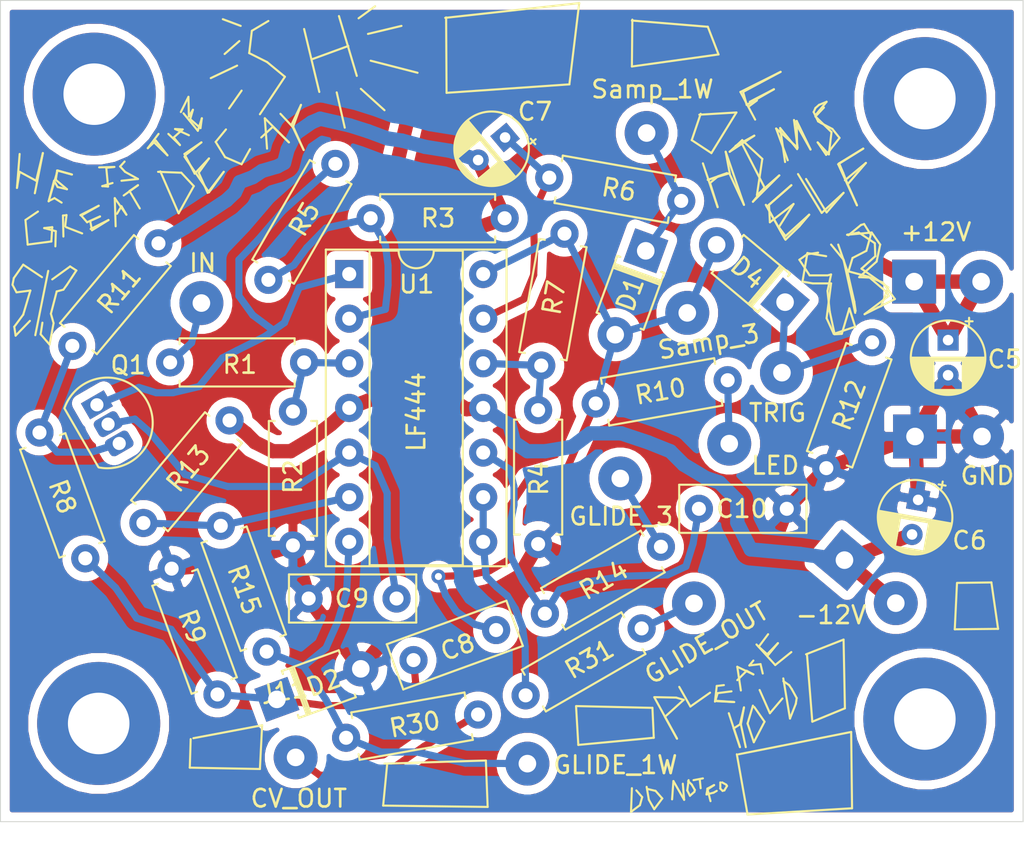
<source format=kicad_pcb>
(kicad_pcb (version 20171130) (host pcbnew "(5.1.2-1)-1")
  (layers (0 F.Cu signal) (31 B.Cu signal) (34 B.Paste user) (35 F.Paste user) (36 B.SilkS user) (37 F.SilkS user) (38 B.Mask user) (39 F.Mask user) (44 Edge.Cuts user))
  (net 0 "")
  (net 1 Earth)
  (net 2 +12V)
  (net 3 -12V)
  (net 4 "Net-(C7-Pad1)")
  (net 5 "Net-(C8-Pad1)")
  (net 6 "Net-(C8-Pad2)")
  (net 7 "Net-(C9-Pad1)")
  (net 8 "Net-(C10-Pad1)")
  (net 9 "Net-(D1-Pad1)")
  (net 10 "Net-(D4-Pad1)")
  (net 11 "Net-(J4-Pad1)")
  (net 12 "Net-(D3-Pad2)")
  (net 13 "Net-(J8-Pad1)")
  (net 14 "Net-(J9-Pad1)")
  (net 15 "Net-(J11-Pad1)")
  (net 16 "Net-(J12-Pad1)")
  (net 17 "Net-(Q1-Pad3)")
  (net 18 "Net-(Q1-Pad1)")
  (net 19 "Net-(R1-Pad2)")
  (net 20 "Net-(R3-Pad2)")
  (net 21 "Net-(R4-Pad2)")
  (net 22 "Net-(R13-Pad2)")
  (net 23 "Net-(R31-Pad1)")
  (module MountingHole:MountingHole_3.5mm_Pad (layer F.Cu) (at 17.78 53.34)
    (fp_text reference REF** hide)
    (fp_text value MountingHole_3.5mm_Pad hide)
    (pad 1 thru_hole circle (at 0 0) (size 7 7) (drill 3.5) (layers *.Cu *.Mask))
  )
  (module MountingHole:MountingHole_3.5mm_Pad (layer F.Cu) (at 64.77 53.086)
    (fp_text reference REF** hide)
    (fp_text value MountingHole_3.5mm_Pad hide)
    (pad 1 thru_hole circle (at 0 0) (size 7 7) (drill 3.5) (layers *.Cu *.Mask))
  )
  (module MountingHole:MountingHole_3.5mm_Pad (layer F.Cu) (at 64.77 17.78)
    (fp_text reference REF** hide)
    (fp_text value MountingHole_3.5mm_Pad hide)
    (pad 1 thru_hole circle (at 0 0) (size 7 7) (drill 3.5) (layers *.Cu *.Mask))
  )
  (module MountingHole:MountingHole_3.5mm_Pad (layer F.Cu) (at 17.526 17.526)
    (fp_text reference REF** hide)
    (fp_text value MountingHole_3.5mm_Pad hide)
    (pad 1 thru_hole circle (at 0 0) (size 7 7) (drill 3.5) (layers *.Cu *.Mask))
  )
  (module Capacitor_THT:CP_Radial_D4.0mm_P2.00mm (layer F.Cu) (at 66.0908 31.5214 270)
    (fp_text reference C5 (at 1.0922 -3.2258 180) (layer F.SilkS))
    (fp_text value 1u)
    (pad 1 thru_hole rect (at 0 0 270) (size 1.2 1.2) (drill 0.6) (layers *.Cu *.Mask) (net 2 +12V))
    (pad 2 thru_hole circle (at 2 0 270) (size 1.2 1.2) (drill 0.6) (layers *.Cu *.Mask) (net 1 Earth))
  )
  (module Capacitor_THT:CP_Radial_D4.0mm_P2.00mm (layer F.Cu) (at 64.389 40.6146 260)
    (fp_text reference C6 (at 1.769058 -3.277994 180) (layer F.SilkS))
    (fp_text value 1u)
    (pad 2 thru_hole circle (at 2 0 260) (size 1.2 1.2) (drill 0.6) (layers *.Cu *.Mask) (net 3 -12V))
    (pad 1 thru_hole rect (at 0 0 260) (size 1.2 1.2) (drill 0.6) (layers *.Cu *.Mask) (net 1 Earth))
  )
  (module Capacitor_THT:CP_Radial_D4.0mm_P2.00mm (layer F.Cu) (at 40.894 19.9898 220)
    (fp_text reference C7 (at -2.250609 0.034641) (layer F.SilkS))
    (fp_text value 10u)
    (pad 2 thru_hole circle (at 2 0 220) (size 1.2 1.2) (drill 0.6) (layers *.Cu *.Mask) (net 3 -12V))
    (pad 1 thru_hole rect (at 0 0 220) (size 1.2 1.2) (drill 0.6) (layers *.Cu *.Mask) (net 4 "Net-(C7-Pad1)"))
  )
  (module Capacitor_THT:C_Rect_L7.0mm_W2.5mm_P5.00mm (layer F.Cu) (at 35.687 49.7332 20)
    (fp_text reference C8 (at 2.614883 0.167866 20) (layer F.SilkS))
    (fp_text value 0.001u)
    (pad 1 thru_hole circle (at 0 0 20) (size 1.6 1.6) (drill 0.8) (layers *.Cu *.Mask) (net 5 "Net-(C8-Pad1)"))
    (pad 2 thru_hole circle (at 5 0 20) (size 1.6 1.6) (drill 0.8) (layers *.Cu *.Mask) (net 6 "Net-(C8-Pad2)"))
  )
  (module Capacitor_THT:C_Rect_L7.0mm_W2.5mm_P5.00mm (layer F.Cu) (at 34.7218 46.228 180)
    (fp_text reference C9 (at 2.54 0) (layer F.SilkS))
    (fp_text value 0.005u)
    (pad 2 thru_hole circle (at 5 0 180) (size 1.6 1.6) (drill 0.8) (layers *.Cu *.Mask) (net 1 Earth))
    (pad 1 thru_hole circle (at 0 0 180) (size 1.6 1.6) (drill 0.8) (layers *.Cu *.Mask) (net 7 "Net-(C9-Pad1)"))
  )
  (module Capacitor_THT:C_Rect_L7.0mm_W2.5mm_P5.00mm (layer F.Cu) (at 51.9176 41.1226)
    (fp_text reference C10 (at 2.4384 0) (layer F.SilkS))
    (fp_text value 0.1u)
    (pad 2 thru_hole circle (at 5 0) (size 1.6 1.6) (drill 0.8) (layers *.Cu *.Mask) (net 1 Earth))
    (pad 1 thru_hole circle (at 0 0) (size 1.6 1.6) (drill 0.8) (layers *.Cu *.Mask) (net 8 "Net-(C10-Pad1)"))
  )
  (module Diode_THT:D_T-1_P5.08mm_Horizontal (layer F.Cu) (at 48.895 26.4414 250)
    (fp_text reference D1 (at 2.619271 -0.007282 70) (layer F.SilkS))
    (fp_text value 1N914)
    (pad 2 thru_hole oval (at 5.08 0 250) (size 2 2) (drill 1) (layers *.Cu *.Mask) (net 6 "Net-(C8-Pad2)"))
    (pad 1 thru_hole rect (at 0 0 250) (size 2 2) (drill 1) (layers *.Cu *.Mask) (net 9 "Net-(D1-Pad1)"))
  )
  (module Diode_THT:D_T-1_P5.08mm_Horizontal (layer F.Cu) (at 27.9146 51.9684 20)
    (fp_text reference D2 (at 2.827591 0.029045 20) (layer F.SilkS))
    (fp_text value 1N914)
    (pad 1 thru_hole rect (at 0 0 20) (size 2 2) (drill 1) (layers *.Cu *.Mask) (net 5 "Net-(C8-Pad1)"))
    (pad 2 thru_hole oval (at 5.08 0 20) (size 2 2) (drill 1) (layers *.Cu *.Mask) (net 1 Earth))
  )
  (module Diode_THT:D_T-1_P5.08mm_Horizontal (layer F.Cu) (at 56.8198 29.3624 140)
    (fp_text reference D4 (at 2.712002 -0.087255 140) (layer F.SilkS))
    (fp_text value 1N914)
    (pad 2 thru_hole oval (at 5.08 0 140) (size 2 2) (drill 1) (layers *.Cu *.Mask) (net 6 "Net-(C8-Pad2)"))
    (pad 1 thru_hole rect (at 0 0 140) (size 2 2) (drill 1) (layers *.Cu *.Mask) (net 10 "Net-(D4-Pad1)"))
  )
  (module Connector_Wire:SolderWirePad_1x02_P3.81mm_Drill1mm (layer F.Cu) (at 64.1604 28.194)
    (fp_text reference J1 hide)
    (fp_text value +12V_Conn)
    (pad 1 thru_hole rect (at 0 0) (size 2.49936 2.49936) (drill 1.00076) (layers *.Cu *.Mask) (net 2 +12V))
    (pad 2 thru_hole circle (at 3.81 0) (size 2.49936 2.49936) (drill 1.00076) (layers *.Cu *.Mask) (net 2 +12V))
  )
  (module Connector_Wire:SolderWirePad_1x02_P3.81mm_Drill1mm (layer F.Cu) (at 64.2112 37.0078)
    (fp_text reference J2 hide)
    (fp_text value GND_Conn)
    (pad 2 thru_hole circle (at 3.81 0) (size 2.49936 2.49936) (drill 1.00076) (layers *.Cu *.Mask) (net 1 Earth))
    (pad 1 thru_hole rect (at 0 0) (size 2.49936 2.49936) (drill 1.00076) (layers *.Cu *.Mask) (net 1 Earth))
  )
  (module Connector_Wire:SolderWirePad_1x02_P3.81mm_Drill1mm (layer F.Cu) (at 60.198 44.0436 320)
    (fp_text reference J3 hide)
    (fp_text value -12V_Conn)
    (pad 1 thru_hole rect (at 0 0 320) (size 2.49936 2.49936) (drill 1.00076) (layers *.Cu *.Mask) (net 3 -12V))
    (pad 2 thru_hole circle (at 3.81 0 320) (size 2.49936 2.49936) (drill 1.00076) (layers *.Cu *.Mask) (net 3 -12V))
  )
  (module Connector_Wire:SolderWirePad_1x01_Drill1mm (layer F.Cu) (at 23.622 29.4132)
    (fp_text reference J4 hide)
    (fp_text value IN_A)
    (pad 1 thru_hole circle (at 0 0) (size 2.49936 2.49936) (drill 1.00076) (layers *.Cu *.Mask) (net 11 "Net-(J4-Pad1)"))
  )
  (module Connector_Wire:SolderWirePad_1x01_Drill1mm (layer F.Cu) (at 48.9458 19.7358 350)
    (fp_text reference J5 hide)
    (fp_text value SampRate_1W_A)
    (pad 1 thru_hole circle (at 0 0 350) (size 2.49936 2.49936) (drill 1.00076) (layers *.Cu *.Mask) (net 9 "Net-(D1-Pad1)"))
  )
  (module Connector_Wire:SolderWirePad_1x01_Drill1mm (layer F.Cu) (at 51.2572 29.972 340)
    (fp_text reference J6 hide)
    (fp_text value SampRate_3_A)
    (pad 1 thru_hole circle (at 0 0 340) (size 2.49936 2.49936) (drill 1.00076) (layers *.Cu *.Mask) (net 6 "Net-(C8-Pad2)"))
  )
  (module Connector_Wire:SolderWirePad_1x01_Drill1mm (layer F.Cu) (at 53.6448 37.4142 10)
    (fp_text reference J7 hide)
    (fp_text value LED_A)
    (pad 1 thru_hole circle (at 0 0 10) (size 2.49936 2.49936) (drill 1.00076) (layers *.Cu *.Mask) (net 12 "Net-(D3-Pad2)"))
  )
  (module Connector_Wire:SolderWirePad_1x01_Drill1mm (layer F.Cu) (at 42.164 55.626 20)
    (fp_text reference J8 hide)
    (fp_text value Glide_1W_A)
    (pad 1 thru_hole circle (at 0 0 20) (size 2.49936 2.49936) (drill 1.00076) (layers *.Cu *.Mask) (net 13 "Net-(J8-Pad1)"))
  )
  (module Connector_Wire:SolderWirePad_1x01_Drill1mm (layer F.Cu) (at 47.4472 39.3954 30)
    (fp_text reference J9 hide)
    (fp_text value Glide_3_A)
    (pad 1 thru_hole circle (at 0 0 30) (size 2.49936 2.49936) (drill 1.00076) (layers *.Cu *.Mask) (net 14 "Net-(J9-Pad1)"))
  )
  (module Connector_Wire:SolderWirePad_1x01_Drill1mm (layer F.Cu) (at 56.642 33.3756 10)
    (fp_text reference J10 hide)
    (fp_text value TRIG_A)
    (pad 1 thru_hole circle (at 0 0 10) (size 2.49936 2.49936) (drill 1.00076) (layers *.Cu *.Mask) (net 10 "Net-(D4-Pad1)"))
  )
  (module Connector_Wire:SolderWirePad_1x01_Drill1mm (layer F.Cu) (at 28.9814 55.2704 10)
    (fp_text reference J11 (at 0 -3.81 10) (layer F.SilkS))
    (fp_text value CV_OUT_A)
    (pad 1 thru_hole circle (at 0 0 10) (size 2.49936 2.49936) (drill 1.00076) (layers *.Cu *.Mask) (net 15 "Net-(J11-Pad1)"))
  )
  (module Connector_Wire:SolderWirePad_1x01_Drill1mm (layer F.Cu) (at 51.6382 46.5074 30)
    (fp_text reference J12 hide)
    (fp_text value GLIDE_OUT_A)
    (pad 1 thru_hole circle (at 0 0 30) (size 2.49936 2.49936) (drill 1.00076) (layers *.Cu *.Mask) (net 16 "Net-(J12-Pad1)"))
  )
  (module Package_TO_SOT_THT:TO-92L_Inline (layer F.Cu) (at 17.6784 35.2044 300)
    (fp_text reference Q1 (at -1.068737 -2.670093 180) (layer F.SilkS))
    (fp_text value Q_NJFET_DSG)
    (pad 2 thru_hole roundrect (at 1.27 0 300) (size 1.05 1.5) (drill 0.75) (layers *.Cu *.Mask) (net 7 "Net-(C9-Pad1)"))
    (pad 3 thru_hole roundrect (at 2.54 0 300) (size 1.05 1.5) (drill 0.75) (layers *.Cu *.Mask) (net 17 "Net-(Q1-Pad3)"))
    (pad 1 thru_hole rect (at 0 0 300) (size 1.05 1.5) (drill 0.75) (layers *.Cu *.Mask) (net 18 "Net-(Q1-Pad1)"))
  )
  (module Resistor_THT:R_Axial_DIN0207_L6.3mm_D2.5mm_P7.62mm_Horizontal (layer F.Cu) (at 21.844 32.7914)
    (fp_text reference R1 (at 3.9624 0.127) (layer F.SilkS))
    (fp_text value 100k)
    (pad 1 thru_hole circle (at 0 0) (size 1.6 1.6) (drill 0.8) (layers *.Cu *.Mask) (net 11 "Net-(J4-Pad1)"))
    (pad 2 thru_hole oval (at 7.62 0) (size 1.6 1.6) (drill 0.8) (layers *.Cu *.Mask) (net 19 "Net-(R1-Pad2)"))
  )
  (module Resistor_THT:R_Axial_DIN0207_L6.3mm_D2.5mm_P7.62mm_Horizontal (layer F.Cu) (at 28.829 35.5854 270)
    (fp_text reference R2 (at 3.7084 0 90) (layer F.SilkS))
    (fp_text value 100k)
    (pad 2 thru_hole oval (at 7.62 0 270) (size 1.6 1.6) (drill 0.8) (layers *.Cu *.Mask) (net 1 Earth))
    (pad 1 thru_hole circle (at 0 0 270) (size 1.6 1.6) (drill 0.8) (layers *.Cu *.Mask) (net 19 "Net-(R1-Pad2)"))
  )
  (module Resistor_THT:R_Axial_DIN0207_L6.3mm_D2.5mm_P7.62mm_Horizontal (layer F.Cu) (at 40.8686 24.5872 180)
    (fp_text reference R3 (at 3.7846 0) (layer F.SilkS))
    (fp_text value 560k)
    (pad 1 thru_hole circle (at 0 0 180) (size 1.6 1.6) (drill 0.8) (layers *.Cu *.Mask) (net 3 -12V))
    (pad 2 thru_hole oval (at 7.62 0 180) (size 1.6 1.6) (drill 0.8) (layers *.Cu *.Mask) (net 20 "Net-(R3-Pad2)"))
  )
  (module Resistor_THT:R_Axial_DIN0207_L6.3mm_D2.5mm_P7.62mm_Horizontal (layer F.Cu) (at 42.7736 43.1292 90)
    (fp_text reference R4 (at 3.7338 0.0508 90) (layer F.SilkS))
    (fp_text value 100k)
    (pad 1 thru_hole circle (at 0 0 90) (size 1.6 1.6) (drill 0.8) (layers *.Cu *.Mask) (net 1 Earth))
    (pad 2 thru_hole oval (at 7.62 0 90) (size 1.6 1.6) (drill 0.8) (layers *.Cu *.Mask) (net 21 "Net-(R4-Pad2)"))
  )
  (module Resistor_THT:R_Axial_DIN0207_L6.3mm_D2.5mm_P7.62mm_Horizontal (layer F.Cu) (at 27.432 28.0924 60)
    (fp_text reference R5 (at 4.020298 0.054561 60) (layer F.SilkS))
    (fp_text value 200k)
    (pad 2 thru_hole oval (at 7.62 0 60) (size 1.6 1.6) (drill 0.8) (layers *.Cu *.Mask) (net 18 "Net-(Q1-Pad1)"))
    (pad 1 thru_hole circle (at 0 0 60) (size 1.6 1.6) (drill 0.8) (layers *.Cu *.Mask) (net 20 "Net-(R3-Pad2)"))
  )
  (module Resistor_THT:R_Axial_DIN0207_L6.3mm_D2.5mm_P7.62mm_Horizontal (layer F.Cu) (at 43.4086 22.2758 350)
    (fp_text reference R6 (at 4.02129 -0.012682 170) (layer F.SilkS))
    (fp_text value 4k7)
    (pad 1 thru_hole circle (at 0 0 350) (size 1.6 1.6) (drill 0.8) (layers *.Cu *.Mask) (net 4 "Net-(C7-Pad1)"))
    (pad 2 thru_hole oval (at 7.62 0 350) (size 1.6 1.6) (drill 0.8) (layers *.Cu *.Mask) (net 9 "Net-(D1-Pad1)"))
  )
  (module Resistor_THT:R_Axial_DIN0207_L6.3mm_D2.5mm_P7.62mm_Horizontal (layer F.Cu) (at 42.9514 32.9692 80)
    (fp_text reference R7 (at 3.930055 0.054989 80) (layer F.SilkS))
    (fp_text value 470k)
    (pad 1 thru_hole circle (at 0 0 80) (size 1.6 1.6) (drill 0.8) (layers *.Cu *.Mask) (net 21 "Net-(R4-Pad2)"))
    (pad 2 thru_hole oval (at 7.62 0 80) (size 1.6 1.6) (drill 0.8) (layers *.Cu *.Mask) (net 6 "Net-(C8-Pad2)"))
  )
  (module Resistor_THT:R_Axial_DIN0207_L6.3mm_D2.5mm_P7.62mm_Horizontal (layer F.Cu) (at 17.018 43.942 110)
    (fp_text reference R8 (at 3.736863 -0.018429 110) (layer F.SilkS))
    (fp_text value 100k)
    (pad 2 thru_hole oval (at 7.62 0 110) (size 1.6 1.6) (drill 0.8) (layers *.Cu *.Mask) (net 17 "Net-(Q1-Pad3)"))
    (pad 1 thru_hole circle (at 0 0 110) (size 1.6 1.6) (drill 0.8) (layers *.Cu *.Mask) (net 5 "Net-(C8-Pad1)"))
  )
  (module Resistor_THT:R_Axial_DIN0207_L6.3mm_D2.5mm_P7.62mm_Horizontal (layer F.Cu) (at 24.5364 51.689 110)
    (fp_text reference R9 (at 4.123142 -0.040016 110) (layer F.SilkS))
    (fp_text value 100k)
    (pad 2 thru_hole oval (at 7.62 0 110) (size 1.6 1.6) (drill 0.8) (layers *.Cu *.Mask) (net 1 Earth))
    (pad 1 thru_hole circle (at 0 0 110) (size 1.6 1.6) (drill 0.8) (layers *.Cu *.Mask) (net 5 "Net-(C8-Pad1)"))
  )
  (module Resistor_THT:R_Axial_DIN0207_L6.3mm_D2.5mm_P7.62mm_Horizontal (layer F.Cu) (at 46.0502 35.1282 10)
    (fp_text reference R10 (at 3.746135 -0.035835 10) (layer F.SilkS))
    (fp_text value 10K)
    (pad 2 thru_hole oval (at 7.62 0 10) (size 1.6 1.6) (drill 0.8) (layers *.Cu *.Mask) (net 12 "Net-(D3-Pad2)"))
    (pad 1 thru_hole circle (at 0 0 10) (size 1.6 1.6) (drill 0.8) (layers *.Cu *.Mask) (net 6 "Net-(C8-Pad2)"))
  )
  (module Resistor_THT:R_Axial_DIN0207_L6.3mm_D2.5mm_P7.62mm_Horizontal (layer F.Cu) (at 16.2814 31.8516 50)
    (fp_text reference R11 (at 4.127048 0.018517 50) (layer F.SilkS))
    (fp_text value 470k)
    (pad 1 thru_hole circle (at 0 0 50) (size 1.6 1.6) (drill 0.8) (layers *.Cu *.Mask) (net 17 "Net-(Q1-Pad3)"))
    (pad 2 thru_hole oval (at 7.62 0 50) (size 1.6 1.6) (drill 0.8) (layers *.Cu *.Mask) (net 3 -12V))
  )
  (module Resistor_THT:R_Axial_DIN0207_L6.3mm_D2.5mm_P7.62mm_Horizontal (layer F.Cu) (at 61.7728 31.6484 250)
    (fp_text reference R12 (at 3.808468 -0.007633 70) (layer F.SilkS))
    (fp_text value 100K)
    (pad 2 thru_hole oval (at 7.62 0 250) (size 1.6 1.6) (drill 0.8) (layers *.Cu *.Mask) (net 1 Earth))
    (pad 1 thru_hole circle (at 0 0 250) (size 1.6 1.6) (drill 0.8) (layers *.Cu *.Mask) (net 10 "Net-(D4-Pad1)"))
  )
  (module Resistor_THT:R_Axial_DIN0207_L6.3mm_D2.5mm_P7.62mm_Horizontal (layer F.Cu) (at 25.2222 36.0934 230)
    (fp_text reference R13 (at 3.603479 0.026798 50) (layer F.SilkS))
    (fp_text value 150k)
    (pad 1 thru_hole circle (at 0 0 230) (size 1.6 1.6) (drill 0.8) (layers *.Cu *.Mask) (net 2 +12V))
    (pad 2 thru_hole oval (at 7.62 0 230) (size 1.6 1.6) (drill 0.8) (layers *.Cu *.Mask) (net 22 "Net-(R13-Pad2)"))
  )
  (module Resistor_THT:R_Axial_DIN0207_L6.3mm_D2.5mm_P7.62mm_Horizontal (layer F.Cu) (at 49.7586 43.2816 210)
    (fp_text reference R14 (at 3.768122 -0.024178 30) (layer F.SilkS))
    (fp_text value 220)
    (pad 2 thru_hole oval (at 7.62 0 210) (size 1.6 1.6) (drill 0.8) (layers *.Cu *.Mask) (net 8 "Net-(C10-Pad1)"))
    (pad 1 thru_hole circle (at 0 0 210) (size 1.6 1.6) (drill 0.8) (layers *.Cu *.Mask) (net 14 "Net-(J9-Pad1)"))
  )
  (module Resistor_THT:R_Axial_DIN0207_L6.3mm_D2.5mm_P7.62mm_Horizontal (layer F.Cu) (at 27.3304 49.2506 110)
    (fp_text reference R15 (at 3.752044 0.014127 110) (layer F.SilkS))
    (fp_text value 75k)
    (pad 2 thru_hole oval (at 7.62 0 110) (size 1.6 1.6) (drill 0.8) (layers *.Cu *.Mask) (net 22 "Net-(R13-Pad2)"))
    (pad 1 thru_hole circle (at 0 0 110) (size 1.6 1.6) (drill 0.8) (layers *.Cu *.Mask) (net 13 "Net-(J8-Pad1)"))
  )
  (module Resistor_THT:R_Axial_DIN0207_L6.3mm_D2.5mm_P7.62mm_Horizontal (layer F.Cu) (at 31.8516 54.1528 10)
    (fp_text reference R30 (at 3.984494 -0.071181 10) (layer F.SilkS))
    (fp_text value 1k)
    (pad 1 thru_hole circle (at 0 0 10) (size 1.6 1.6) (drill 0.8) (layers *.Cu *.Mask) (net 13 "Net-(J8-Pad1)"))
    (pad 2 thru_hole oval (at 7.62 0 10) (size 1.6 1.6) (drill 0.8) (layers *.Cu *.Mask) (net 15 "Net-(J11-Pad1)"))
  )
  (module Resistor_THT:R_Axial_DIN0207_L6.3mm_D2.5mm_P7.62mm_Horizontal (layer F.Cu) (at 42.0624 51.7398 30)
    (fp_text reference R31 (at 4.174277 0.034339 30) (layer F.SilkS))
    (fp_text value 1k)
    (pad 2 thru_hole oval (at 7.62 0 30) (size 1.6 1.6) (drill 0.8) (layers *.Cu *.Mask) (net 16 "Net-(J12-Pad1)"))
    (pad 1 thru_hole circle (at 0 0 30) (size 1.6 1.6) (drill 0.8) (layers *.Cu *.Mask) (net 23 "Net-(R31-Pad1)"))
  )
  (module Package_DIP:DIP-14_W7.62mm_Socket (layer F.Cu) (at 32.0294 27.7622)
    (fp_text reference U1 (at 3.8354 0.5842) (layer F.SilkS))
    (fp_text value LF444)
    (pad 1 thru_hole rect (at 0 0) (size 1.6 1.6) (drill 0.8) (layers *.Cu *.Mask) (net 18 "Net-(Q1-Pad1)"))
    (pad 8 thru_hole oval (at 7.62 15.24) (size 1.6 1.6) (drill 0.8) (layers *.Cu *.Mask) (net 23 "Net-(R31-Pad1)"))
    (pad 2 thru_hole oval (at 0 2.54) (size 1.6 1.6) (drill 0.8) (layers *.Cu *.Mask) (net 20 "Net-(R3-Pad2)"))
    (pad 9 thru_hole oval (at 7.62 12.7) (size 1.6 1.6) (drill 0.8) (layers *.Cu *.Mask) (net 23 "Net-(R31-Pad1)"))
    (pad 3 thru_hole oval (at 0 5.08) (size 1.6 1.6) (drill 0.8) (layers *.Cu *.Mask) (net 19 "Net-(R1-Pad2)"))
    (pad 10 thru_hole oval (at 7.62 10.16) (size 1.6 1.6) (drill 0.8) (layers *.Cu *.Mask) (net 8 "Net-(C10-Pad1)"))
    (pad 4 thru_hole oval (at 0 7.62) (size 1.6 1.6) (drill 0.8) (layers *.Cu *.Mask) (net 2 +12V))
    (pad 11 thru_hole oval (at 7.62 7.62) (size 1.6 1.6) (drill 0.8) (layers *.Cu *.Mask) (net 3 -12V))
    (pad 5 thru_hole oval (at 0 10.16) (size 1.6 1.6) (drill 0.8) (layers *.Cu *.Mask) (net 7 "Net-(C9-Pad1)"))
    (pad 12 thru_hole oval (at 7.62 5.08) (size 1.6 1.6) (drill 0.8) (layers *.Cu *.Mask) (net 21 "Net-(R4-Pad2)"))
    (pad 6 thru_hole oval (at 0 12.7) (size 1.6 1.6) (drill 0.8) (layers *.Cu *.Mask) (net 22 "Net-(R13-Pad2)"))
    (pad 13 thru_hole oval (at 7.62 2.54) (size 1.6 1.6) (drill 0.8) (layers *.Cu *.Mask) (net 4 "Net-(C7-Pad1)"))
    (pad 7 thru_hole oval (at 0 15.24) (size 1.6 1.6) (drill 0.8) (layers *.Cu *.Mask) (net 13 "Net-(J8-Pad1)"))
    (pad 14 thru_hole oval (at 7.62 0) (size 1.6 1.6) (drill 0.8) (layers *.Cu *.Mask) (net 6 "Net-(C8-Pad2)"))
  )
  (gr_line (start 68.5546 45.3136) (end 66.6496 45.339) (layer F.SilkS) (width 0.12))
  (gr_line (start 68.9356 47.9552) (end 68.5546 45.3136) (layer F.SilkS) (width 0.12))
  (gr_line (start 66.4718 47.9806) (end 68.9356 47.9552) (layer F.SilkS) (width 0.12))
  (gr_line (start 66.5988 45.339) (end 66.4718 47.9806) (layer F.SilkS) (width 0.12))
  (gr_line (start 62.2808 29.591) (end 62.0776 29.6672) (layer F.SilkS) (width 0.12))
  (gr_line (start 62.6872 28.5242) (end 62.2808 29.591) (layer F.SilkS) (width 0.12))
  (gr_line (start 61.1632 27.4574) (end 62.6872 28.5242) (layer F.SilkS) (width 0.12))
  (gr_line (start 61.9506 26.7462) (end 61.1632 27.4574) (layer F.SilkS) (width 0.12))
  (gr_line (start 61.9252 26.0096) (end 61.9506 26.7462) (layer F.SilkS) (width 0.12))
  (gr_line (start 61.0108 25.4) (end 61.9252 26.0096) (layer F.SilkS) (width 0.12))
  (gr_line (start 60.3504 25.527) (end 61.0108 25.4) (layer F.SilkS) (width 0.12))
  (gr_line (start 61.7474 25.4) (end 60.3504 25.527) (layer F.SilkS) (width 0.12))
  (gr_line (start 62.23 26.0858) (end 61.7474 25.4) (layer F.SilkS) (width 0.12))
  (gr_line (start 62.0268 27.051) (end 62.23 26.0858) (layer F.SilkS) (width 0.12))
  (gr_line (start 61.0362 27.94) (end 62.0268 27.051) (layer F.SilkS) (width 0.12))
  (gr_line (start 61.6712 27.9654) (end 61.0362 27.94) (layer F.SilkS) (width 0.12))
  (gr_line (start 62.3824 28.2448) (end 61.6712 27.9654) (layer F.SilkS) (width 0.12))
  (gr_line (start 63.0682 29.1846) (end 62.3824 28.2448) (layer F.SilkS) (width 0.12))
  (gr_line (start 61.341 30.0482) (end 63.0682 29.1846) (layer F.SilkS) (width 0.12))
  (gr_line (start 62.7126 29.0068) (end 61.341 30.0482) (layer F.SilkS) (width 0.12))
  (gr_line (start 62.6364 28.829) (end 62.7126 29.0068) (layer F.SilkS) (width 0.12))
  (gr_line (start 61.5696 27.9146) (end 62.6364 28.829) (layer F.SilkS) (width 0.12))
  (gr_line (start 60.4266 27.6098) (end 61.5696 27.9146) (layer F.SilkS) (width 0.12))
  (gr_line (start 60.6552 26.8478) (end 60.4266 27.6098) (layer F.SilkS) (width 0.12))
  (gr_line (start 61.4426 26.4414) (end 60.6552 26.8478) (layer F.SilkS) (width 0.12))
  (gr_line (start 61.6966 25.527) (end 61.4426 26.4414) (layer F.SilkS) (width 0.12))
  (gr_line (start 61.3156 24.9174) (end 61.6966 25.527) (layer F.SilkS) (width 0.12))
  (gr_line (start 61.1378 24.9682) (end 61.3156 24.9174) (layer F.SilkS) (width 0.12))
  (gr_line (start 60.4266 25.5524) (end 61.1378 24.9682) (layer F.SilkS) (width 0.12))
  (gr_line (start 60.7568 29.337) (end 60.833 29.8704) (layer F.SilkS) (width 0.12))
  (gr_line (start 60.3504 27.559) (end 60.7568 29.337) (layer F.SilkS) (width 0.12))
  (gr_line (start 59.8424 26.0858) (end 60.3504 27.559) (layer F.SilkS) (width 0.12))
  (gr_line (start 58.0644 26.6446) (end 58.6994 26.543) (layer F.SilkS) (width 0.12))
  (gr_line (start 57.6326 26.9494) (end 58.0644 26.6446) (layer F.SilkS) (width 0.12))
  (gr_line (start 58.2168 27.8384) (end 57.6326 26.9494) (layer F.SilkS) (width 0.12))
  (gr_line (start 59.2328 27.8384) (end 58.2168 27.8384) (layer F.SilkS) (width 0.12))
  (gr_line (start 59.436 27.7876) (end 59.2328 27.8384) (layer F.SilkS) (width 0.12))
  (gr_line (start 59.2328 28.7274) (end 59.436 27.7876) (layer F.SilkS) (width 0.12))
  (gr_line (start 59.3598 29.8958) (end 59.2328 28.7274) (layer F.SilkS) (width 0.12))
  (gr_line (start 59.6392 31.1912) (end 59.3598 29.8958) (layer F.SilkS) (width 0.12))
  (gr_line (start 60.0456 31.1658) (end 59.6392 31.1912) (layer F.SilkS) (width 0.12))
  (gr_line (start 60.4774 29.718) (end 60.0456 31.1658) (layer F.SilkS) (width 0.12))
  (gr_line (start 60.8076 30.7594) (end 60.4774 29.718) (layer F.SilkS) (width 0.12))
  (gr_line (start 59.5884 31.1658) (end 60.8076 30.7594) (layer F.SilkS) (width 0.12))
  (gr_line (start 59.182 30.2768) (end 59.5884 31.1658) (layer F.SilkS) (width 0.12))
  (gr_line (start 59.436 28.2956) (end 59.182 30.2768) (layer F.SilkS) (width 0.12))
  (gr_line (start 58.3946 28.2956) (end 59.436 28.2956) (layer F.SilkS) (width 0.12))
  (gr_line (start 57.8104 28.194) (end 58.3946 28.2956) (layer F.SilkS) (width 0.12))
  (gr_line (start 58.0898 26.5684) (end 57.8104 28.194) (layer F.SilkS) (width 0.12))
  (gr_line (start 59.1566 26.7462) (end 58.0898 26.5684) (layer F.SilkS) (width 0.12))
  (gr_line (start 60.1472 26.9494) (end 59.436 26.0858) (layer F.SilkS) (width 0.12))
  (gr_line (start 60.8076 29.972) (end 60.1472 26.9494) (layer F.SilkS) (width 0.12))
  (gr_line (start 32.5628 13.208) (end 33.5026 12.5222) (layer F.SilkS) (width 0.12))
  (gr_line (start 33.0962 14.097) (end 35.0012 13.6398) (layer F.SilkS) (width 0.12))
  (gr_line (start 33.2486 15.621) (end 35.9156 16.3068) (layer F.SilkS) (width 0.12))
  (gr_line (start 32.6898 17.2212) (end 34.036 18.4404) (layer F.SilkS) (width 0.12))
  (gr_line (start 31.3182 17.4244) (end 31.7754 19.431) (layer F.SilkS) (width 0.12))
  (gr_line (start 25.908 17.3228) (end 25.1968 18.3388) (layer F.SilkS) (width 0.12))
  (gr_line (start 25.654 15.9004) (end 24.1554 16.6116) (layer F.SilkS) (width 0.12))
  (gr_line (start 25.781 14.5034) (end 24.9428 15.24) (layer F.SilkS) (width 0.12))
  (gr_line (start 25.8572 13.6398) (end 24.8412 13.2588) (layer F.SilkS) (width 0.12))
  (gr_line (start 52.4256 13.6906) (end 48.1076 13.335) (layer F.SilkS) (width 0.12))
  (gr_line (start 53.0352 15.2654) (end 52.4256 13.6906) (layer F.SilkS) (width 0.12))
  (gr_line (start 48.1076 15.9512) (end 53.0352 15.2654) (layer F.SilkS) (width 0.12))
  (gr_line (start 48.133 13.2842) (end 48.1076 15.9512) (layer F.SilkS) (width 0.12))
  (gr_line (start 45.1104 12.3444) (end 37.4904 13.1826) (layer F.SilkS) (width 0.12))
  (gr_line (start 44.5516 16.9672) (end 45.1104 12.3444) (layer F.SilkS) (width 0.12))
  (gr_line (start 37.5666 17.4498) (end 44.5516 16.9672) (layer F.SilkS) (width 0.12))
  (gr_line (start 37.5412 13.1572) (end 37.5666 17.4498) (layer F.SilkS) (width 0.12))
  (gr_line (start 61.4172 21.4376) (end 60.2234 22.4282) (layer F.SilkS) (width 0.12))
  (gr_line (start 60.3758 22.6568) (end 61.4172 21.4376) (layer F.SilkS) (width 0.12))
  (gr_line (start 60.1218 21.9964) (end 60.3758 22.6568) (layer F.SilkS) (width 0.12))
  (gr_line (start 59.8932 21.463) (end 60.1218 21.9964) (layer F.SilkS) (width 0.12))
  (gr_line (start 61.2648 20.6248) (end 59.8932 21.463) (layer F.SilkS) (width 0.12))
  (gr_line (start 59.8424 21.5138) (end 61.2648 20.6248) (layer F.SilkS) (width 0.12))
  (gr_line (start 60.9092 23.8506) (end 59.8424 21.5138) (layer F.SilkS) (width 0.12))
  (gr_line (start 59.8678 21.4884) (end 60.9092 23.8506) (layer F.SilkS) (width 0.12))
  (gr_line (start 59.182 24.257) (end 58.0136 22.352) (layer F.SilkS) (width 0.12))
  (gr_line (start 60.1472 23.1394) (end 59.182 24.257) (layer F.SilkS) (width 0.12))
  (gr_line (start 58.9026 24.2824) (end 60.1472 23.1394) (layer F.SilkS) (width 0.12))
  (gr_line (start 57.5564 22.0726) (end 58.9026 24.2824) (layer F.SilkS) (width 0.12))
  (gr_line (start 57.1754 22.7076) (end 55.7784 23.9268) (layer F.SilkS) (width 0.12))
  (gr_line (start 55.9054 23.8252) (end 57.1754 22.7076) (layer F.SilkS) (width 0.12))
  (gr_line (start 55.9562 24.8158) (end 55.9054 23.8252) (layer F.SilkS) (width 0.12))
  (gr_line (start 57.3024 23.7744) (end 55.9562 24.8158) (layer F.SilkS) (width 0.12))
  (gr_line (start 56.4642 25.0952) (end 57.3024 23.7744) (layer F.SilkS) (width 0.12))
  (gr_line (start 56.8452 25.6032) (end 56.4642 25.0952) (layer F.SilkS) (width 0.12))
  (gr_line (start 58.1914 24.384) (end 56.8452 25.6032) (layer F.SilkS) (width 0.12))
  (gr_line (start 57.6326 25.0444) (end 58.1914 24.384) (layer F.SilkS) (width 0.12))
  (gr_line (start 56.8452 25.8064) (end 57.6326 25.0444) (layer F.SilkS) (width 0.12))
  (gr_line (start 55.7276 23.8252) (end 56.8452 25.8064) (layer F.SilkS) (width 0.12))
  (gr_line (start 56.8198 25.781) (end 55.7276 23.8252) (layer F.SilkS) (width 0.12))
  (gr_line (start 59.182 17.9578) (end 58.5724 18.6944) (layer F.SilkS) (width 0.12))
  (gr_line (start 58.7502 18.1356) (end 59.182 17.9578) (layer F.SilkS) (width 0.12))
  (gr_line (start 58.547 18.3134) (end 58.7502 18.1356) (layer F.SilkS) (width 0.12))
  (gr_line (start 58.4454 18.542) (end 58.547 18.3134) (layer F.SilkS) (width 0.12))
  (gr_line (start 58.6994 19.0754) (end 58.4454 18.542) (layer F.SilkS) (width 0.12))
  (gr_line (start 58.8772 19.177) (end 58.6994 19.0754) (layer F.SilkS) (width 0.12))
  (gr_line (start 59.5122 19.5072) (end 58.8772 19.177) (layer F.SilkS) (width 0.12))
  (gr_line (start 59.9186 20.0152) (end 59.5122 19.5072) (layer F.SilkS) (width 0.12))
  (gr_line (start 59.1566 20.9804) (end 59.9186 20.0152) (layer F.SilkS) (width 0.12))
  (gr_line (start 58.674 20.2692) (end 59.1566 20.9804) (layer F.SilkS) (width 0.12))
  (gr_line (start 59.309 20.955) (end 58.674 20.2692) (layer F.SilkS) (width 0.12))
  (gr_line (start 59.4614 19.685) (end 59.309 20.955) (layer F.SilkS) (width 0.12))
  (gr_line (start 58.547 18.796) (end 59.4614 19.685) (layer F.SilkS) (width 0.12))
  (gr_line (start 59.0296 18.288) (end 58.547 18.796) (layer F.SilkS) (width 0.12))
  (gr_line (start 56.5404 19.4564) (end 56.8198 21.3868) (layer F.SilkS) (width 0.12))
  (gr_line (start 57.5056 20.6502) (end 56.5404 19.4564) (layer F.SilkS) (width 0.12))
  (gr_line (start 57.4802 19.05) (end 57.5056 20.6502) (layer F.SilkS) (width 0.12))
  (gr_line (start 58.2676 20.6756) (end 57.4802 19.05) (layer F.SilkS) (width 0.12))
  (gr_line (start 57.3278 18.9992) (end 58.2676 20.6756) (layer F.SilkS) (width 0.12))
  (gr_line (start 57.531 20.574) (end 57.3278 18.9992) (layer F.SilkS) (width 0.12))
  (gr_line (start 56.3118 19.4818) (end 57.531 20.574) (layer F.SilkS) (width 0.12))
  (gr_line (start 56.9722 21.2852) (end 56.3118 19.4818) (layer F.SilkS) (width 0.12))
  (gr_line (start 55.0672 19.8882) (end 54.0004 20.4724) (layer F.SilkS) (width 0.12))
  (gr_line (start 53.6702 20.8026) (end 55.0672 19.8882) (layer F.SilkS) (width 0.12))
  (gr_line (start 54.3814 20.1422) (end 53.6702 20.8026) (layer F.SilkS) (width 0.12))
  (gr_line (start 55.5244 21.209) (end 54.3814 20.1422) (layer F.SilkS) (width 0.12))
  (gr_line (start 55.2196 23.2664) (end 55.5244 21.209) (layer F.SilkS) (width 0.12))
  (gr_line (start 56.4896 22.1488) (end 55.2196 23.2664) (layer F.SilkS) (width 0.12))
  (gr_line (start 54.991 23.6474) (end 56.4896 22.1488) (layer F.SilkS) (width 0.12))
  (gr_line (start 55.6514 22.8346) (end 54.991 23.6474) (layer F.SilkS) (width 0.12))
  (gr_line (start 54.3814 20.3708) (end 55.6514 22.8346) (layer F.SilkS) (width 0.12))
  (gr_line (start 54.483 23.8252) (end 53.6702 22.0726) (layer F.SilkS) (width 0.12))
  (gr_line (start 53.4416 20.8026) (end 54.483 23.8252) (layer F.SilkS) (width 0.12))
  (gr_line (start 53.6702 22.0218) (end 53.4416 20.8026) (layer F.SilkS) (width 0.12))
  (gr_line (start 52.4256 22.4028) (end 53.6702 22.0218) (layer F.SilkS) (width 0.12))
  (gr_line (start 53.5178 22.0218) (end 52.4256 22.4028) (layer F.SilkS) (width 0.12))
  (gr_line (start 53.0098 22.1996) (end 53.5178 22.0218) (layer F.SilkS) (width 0.12))
  (gr_line (start 52.5526 22.5806) (end 53.0098 22.1996) (layer F.SilkS) (width 0.12))
  (gr_line (start 52.9844 23.9522) (end 52.5526 22.5806) (layer F.SilkS) (width 0.12))
  (gr_line (start 52.1462 21.463) (end 52.9844 23.9522) (layer F.SilkS) (width 0.12))
  (gr_line (start 55.2196 17.8816) (end 54.737 18.2372) (layer F.SilkS) (width 0.12))
  (gr_line (start 56.1848 17.2466) (end 54.8132 17.9578) (layer F.SilkS) (width 0.12))
  (gr_line (start 54.6354 18.1356) (end 56.1848 17.2466) (layer F.SilkS) (width 0.12))
  (gr_line (start 54.4322 17.399) (end 54.6354 18.1356) (layer F.SilkS) (width 0.12))
  (gr_line (start 56.5658 16.256) (end 54.4322 17.399) (layer F.SilkS) (width 0.12))
  (gr_line (start 54.2798 17.399) (end 56.5658 16.256) (layer F.SilkS) (width 0.12))
  (gr_line (start 55.118 18.9738) (end 54.2798 17.399) (layer F.SilkS) (width 0.12))
  (gr_line (start 54.0512 18.5674) (end 51.943 18.6944) (layer F.SilkS) (width 0.12))
  (gr_line (start 52.6288 20.8788) (end 54.0512 18.5674) (layer F.SilkS) (width 0.12))
  (gr_line (start 51.5112 20.1422) (end 52.6288 20.8788) (layer F.SilkS) (width 0.12))
  (gr_line (start 52.0192 18.6436) (end 51.5112 20.1422) (layer F.SilkS) (width 0.12))
  (gr_line (start 27.0764 53.4416) (end 23.1648 54.1782) (layer F.SilkS) (width 0.12))
  (gr_line (start 26.9494 55.9308) (end 27.0764 53.4416) (layer F.SilkS) (width 0.12))
  (gr_line (start 22.9616 55.8546) (end 26.9494 55.9308) (layer F.SilkS) (width 0.12))
  (gr_line (start 23.0124 54.229) (end 22.9616 55.8546) (layer F.SilkS) (width 0.12))
  (gr_line (start 39.8018 55.4482) (end 34.036 55.626) (layer F.SilkS) (width 0.12))
  (gr_line (start 39.9034 58.0898) (end 39.8018 55.4482) (layer F.SilkS) (width 0.12))
  (gr_line (start 33.9598 58.0136) (end 39.9034 58.0898) (layer F.SilkS) (width 0.12))
  (gr_line (start 34.1884 55.6514) (end 33.9598 58.0136) (layer F.SilkS) (width 0.12))
  (gr_line (start 49.276 52.451) (end 44.9326 52.3494) (layer F.SilkS) (width 0.12))
  (gr_line (start 49.3522 54.1528) (end 49.276 52.451) (layer F.SilkS) (width 0.12))
  (gr_line (start 45.0596 54.5592) (end 49.3522 54.1528) (layer F.SilkS) (width 0.12))
  (gr_line (start 44.9326 52.3748) (end 45.0596 54.5592) (layer F.SilkS) (width 0.12))
  (gr_line (start 60.1472 48.5648) (end 58.0136 49.403) (layer F.SilkS) (width 0.12))
  (gr_line (start 60.2234 52.4764) (end 60.1472 48.5648) (layer F.SilkS) (width 0.12))
  (gr_line (start 58.3692 53.2384) (end 60.2234 52.4764) (layer F.SilkS) (width 0.12))
  (gr_line (start 58.0644 49.403) (end 58.3692 53.2384) (layer F.SilkS) (width 0.12))
  (gr_line (start 60.579 53.8226) (end 54.1782 55.0926) (layer F.SilkS) (width 0.12))
  (gr_line (start 60.6298 58.166) (end 60.579 53.8226) (layer F.SilkS) (width 0.12))
  (gr_line (start 54.6862 58.5216) (end 60.6298 58.166) (layer F.SilkS) (width 0.12))
  (gr_line (start 54.0766 55.0926) (end 54.6862 58.5216) (layer F.SilkS) (width 0.12))
  (gr_line (start 14.478 31.1912) (end 14.5796 30.5308) (layer F.SilkS) (width 0.12))
  (gr_line (start 14.986 31.7754) (end 14.478 31.1912) (layer F.SilkS) (width 0.12))
  (gr_line (start 15.2146 30.5562) (end 14.986 31.7754) (layer F.SilkS) (width 0.12))
  (gr_line (start 15.0622 30.0228) (end 15.2146 30.5562) (layer F.SilkS) (width 0.12))
  (gr_line (start 15.3924 28.7528) (end 15.0622 30.0228) (layer F.SilkS) (width 0.12))
  (gr_line (start 15.7734 28.6512) (end 15.3924 28.7528) (layer F.SilkS) (width 0.12))
  (gr_line (start 15.9766 28.3718) (end 15.7734 28.6512) (layer F.SilkS) (width 0.12))
  (gr_line (start 16.51 27.559) (end 15.9766 28.3718) (layer F.SilkS) (width 0.12))
  (gr_line (start 16.1544 27.3304) (end 16.51 27.559) (layer F.SilkS) (width 0.12))
  (gr_line (start 15.1384 28.067) (end 16.1544 27.3304) (layer F.SilkS) (width 0.12))
  (gr_line (start 13.0556 31.2674) (end 13.8684 30.4292) (layer F.SilkS) (width 0.12))
  (gr_line (start 12.9794 30.7594) (end 13.0556 31.2674) (layer F.SilkS) (width 0.12))
  (gr_line (start 13.4874 30.0736) (end 12.9794 30.7594) (layer F.SilkS) (width 0.12))
  (gr_line (start 13.8938 28.702) (end 13.4874 30.0736) (layer F.SilkS) (width 0.12))
  (gr_line (start 13.1064 28.8036) (end 13.8938 28.702) (layer F.SilkS) (width 0.12))
  (gr_line (start 12.8778 28.3718) (end 13.1064 28.8036) (layer F.SilkS) (width 0.12))
  (gr_line (start 12.954 27.9908) (end 12.8778 28.3718) (layer F.SilkS) (width 0.12))
  (gr_line (start 13.4874 27.2288) (end 12.954 27.9908) (layer F.SilkS) (width 0.12))
  (gr_line (start 14.5542 27.94) (end 13.4874 27.2288) (layer F.SilkS) (width 0.12))
  (gr_line (start 14.1732 31.242) (end 14.9098 27.5844) (layer F.SilkS) (width 0.12))
  (gr_line (start 29.4386 20.701) (end 28.829 19.3548) (layer F.SilkS) (width 0.12))
  (gr_line (start 28.7528 19.2532) (end 29.4386 20.701) (layer F.SilkS) (width 0.12))
  (gr_line (start 29.2862 18.1356) (end 28.7528 19.2532) (layer F.SilkS) (width 0.12))
  (gr_line (start 28.829 19.4056) (end 29.2862 18.1356) (layer F.SilkS) (width 0.12))
  (gr_line (start 28.1178 18.6436) (end 28.829 19.4056) (layer F.SilkS) (width 0.12))
  (gr_line (start 27.686 19.3802) (end 27.0256 19.9898) (layer F.SilkS) (width 0.12))
  (gr_line (start 28.6004 20.2692) (end 27.686 19.3802) (layer F.SilkS) (width 0.12))
  (gr_line (start 27.2288 18.8976) (end 28.6004 20.2692) (layer F.SilkS) (width 0.12))
  (gr_line (start 27.3558 20.6248) (end 27.2288 18.8976) (layer F.SilkS) (width 0.12))
  (gr_line (start 25.908 21.5138) (end 26.3906 20.6502) (layer F.SilkS) (width 0.12))
  (gr_line (start 24.9682 21.1074) (end 25.908 21.5138) (layer F.SilkS) (width 0.12))
  (gr_line (start 24.4348 20.2438) (end 24.9682 21.1074) (layer F.SilkS) (width 0.12))
  (gr_line (start 25.019 19.5326) (end 24.4348 20.2438) (layer F.SilkS) (width 0.12))
  (gr_line (start 23.622 20.2692) (end 22.733 20.9804) (layer F.SilkS) (width 0.12))
  (gr_line (start 22.6568 20.9296) (end 23.622 20.2692) (layer F.SilkS) (width 0.12))
  (gr_line (start 23.241 22.0472) (end 22.6568 20.9296) (layer F.SilkS) (width 0.12))
  (gr_line (start 24.0538 21.1836) (end 23.241 22.0472) (layer F.SilkS) (width 0.12))
  (gr_line (start 23.4696 21.9964) (end 24.0538 21.1836) (layer F.SilkS) (width 0.12))
  (gr_line (start 23.9776 23.1394) (end 23.4696 21.9964) (layer F.SilkS) (width 0.12))
  (gr_line (start 24.892 21.9456) (end 23.9776 23.1394) (layer F.SilkS) (width 0.12))
  (gr_line (start 24.0538 23.114) (end 24.892 21.9456) (layer F.SilkS) (width 0.12))
  (gr_line (start 22.6568 21.082) (end 24.0538 23.114) (layer F.SilkS) (width 0.12))
  (gr_line (start 22.479 21.9964) (end 21.1582 21.9456) (layer F.SilkS) (width 0.12))
  (gr_line (start 23.1902 22.7584) (end 22.479 21.9964) (layer F.SilkS) (width 0.12))
  (gr_line (start 22.3266 24.3078) (end 23.1902 22.7584) (layer F.SilkS) (width 0.12))
  (gr_line (start 21.2852 21.9202) (end 22.3266 24.3078) (layer F.SilkS) (width 0.12))
  (gr_line (start 19.5326 23.0378) (end 20.1168 24.0284) (layer F.SilkS) (width 0.12))
  (gr_line (start 20.0152 22.7076) (end 19.5326 23.0378) (layer F.SilkS) (width 0.12))
  (gr_line (start 19.2024 23.2918) (end 20.0152 22.7076) (layer F.SilkS) (width 0.12))
  (gr_line (start 19.0754 23.9014) (end 18.8214 24.3332) (layer F.SilkS) (width 0.12))
  (gr_line (start 19.3548 24.384) (end 19.0754 23.9014) (layer F.SilkS) (width 0.12))
  (gr_line (start 18.6944 23.4442) (end 19.3548 24.384) (layer F.SilkS) (width 0.12))
  (gr_line (start 18.7452 25.0444) (end 18.6944 23.4442) (layer F.SilkS) (width 0.12))
  (gr_line (start 18.3388 24.6888) (end 17.3228 25.1968) (layer F.SilkS) (width 0.12))
  (gr_line (start 17.399 25.273) (end 18.3388 24.6888) (layer F.SilkS) (width 0.12))
  (gr_line (start 17.2974 24.7396) (end 17.399 25.273) (layer F.SilkS) (width 0.12))
  (gr_line (start 17.8562 24.4856) (end 17.2974 24.7396) (layer F.SilkS) (width 0.12))
  (gr_line (start 17.1196 24.8158) (end 17.8562 24.4856) (layer F.SilkS) (width 0.12))
  (gr_line (start 16.7894 24.4348) (end 17.1196 24.8158) (layer F.SilkS) (width 0.12))
  (gr_line (start 17.78 23.876) (end 16.7894 24.4348) (layer F.SilkS) (width 0.12))
  (gr_line (start 16.7386 24.4094) (end 17.78 23.876) (layer F.SilkS) (width 0.12))
  (gr_line (start 16.8402 25.4508) (end 15.9258 25.0952) (layer F.SilkS) (width 0.12))
  (gr_line (start 15.9512 24.4094) (end 15.875 25.0444) (layer F.SilkS) (width 0.12))
  (gr_line (start 15.748 24.4348) (end 15.9512 24.4094) (layer F.SilkS) (width 0.12))
  (gr_line (start 15.7734 25.6286) (end 15.748 24.4348) (layer F.SilkS) (width 0.12))
  (gr_line (start 15.3416 25.3238) (end 15.3162 26.1874) (layer F.SilkS) (width 0.12))
  (gr_line (start 14.6812 25.146) (end 15.3416 25.3238) (layer F.SilkS) (width 0.12))
  (gr_line (start 15.1384 25.0952) (end 14.6812 25.146) (layer F.SilkS) (width 0.12))
  (gr_line (start 15.0876 25.908) (end 15.1384 25.0952) (layer F.SilkS) (width 0.12))
  (gr_line (start 13.7414 26.0858) (end 15.0876 25.908) (layer F.SilkS) (width 0.12))
  (gr_line (start 13.6144 24.6888) (end 13.7414 26.0858) (layer F.SilkS) (width 0.12))
  (gr_line (start 14.3256 24.2062) (end 13.6144 24.6888) (layer F.SilkS) (width 0.12))
  (gr_line (start 22.8854 17.6784) (end 22.4536 18.542) (layer F.SilkS) (width 0.12))
  (gr_line (start 22.9108 18.796) (end 22.8854 17.6784) (layer F.SilkS) (width 0.12))
  (gr_line (start 23.1394 18.415) (end 22.9108 18.796) (layer F.SilkS) (width 0.12))
  (gr_line (start 22.987 18.9484) (end 23.1394 18.415) (layer F.SilkS) (width 0.12))
  (gr_line (start 23.5712 19.4564) (end 22.987 18.9484) (layer F.SilkS) (width 0.12))
  (gr_line (start 23.6474 18.8976) (end 23.5712 19.4564) (layer F.SilkS) (width 0.12))
  (gr_line (start 23.4188 19.6088) (end 23.6474 18.8976) (layer F.SilkS) (width 0.12))
  (gr_line (start 22.606 18.6182) (end 23.4188 19.6088) (layer F.SilkS) (width 0.12))
  (gr_line (start 22.1234 19.5072) (end 22.9108 19.8628) (layer F.SilkS) (width 0.12))
  (gr_line (start 22.5552 19.5326) (end 22.1234 19.5072) (layer F.SilkS) (width 0.12))
  (gr_line (start 22.0472 19.9898) (end 22.5552 19.5326) (layer F.SilkS) (width 0.12))
  (gr_line (start 22.4028 20.4216) (end 22.0472 19.9898) (layer F.SilkS) (width 0.12))
  (gr_line (start 21.7424 19.7866) (end 22.4028 20.4216) (layer F.SilkS) (width 0.12))
  (gr_line (start 20.574 20.5994) (end 21.1836 19.7866) (layer F.SilkS) (width 0.12))
  (gr_line (start 21.0312 20.1676) (end 20.574 20.5994) (layer F.SilkS) (width 0.12))
  (gr_line (start 21.6916 21.0058) (end 21.0312 20.1676) (layer F.SilkS) (width 0.12))
  (gr_line (start 20.8788 20.2184) (end 21.6916 21.0058) (layer F.SilkS) (width 0.12))
  (gr_line (start 20.0152 22.352) (end 19.0754 22.4536) (layer F.SilkS) (width 0.12))
  (gr_line (start 19.2786 21.9456) (end 20.0152 22.352) (layer F.SilkS) (width 0.12))
  (gr_line (start 18.9992 21.6408) (end 19.2786 21.9456) (layer F.SilkS) (width 0.12))
  (gr_line (start 19.2532 21.3614) (end 18.9992 21.6408) (layer F.SilkS) (width 0.12))
  (gr_line (start 17.9832 22.7584) (end 18.5674 22.5806) (layer F.SilkS) (width 0.12))
  (gr_line (start 18.3134 22.7838) (end 17.9832 22.7584) (layer F.SilkS) (width 0.12))
  (gr_line (start 18.2118 21.717) (end 18.3134 22.7838) (layer F.SilkS) (width 0.12))
  (gr_line (start 18.669 21.6662) (end 18.2118 21.717) (layer F.SilkS) (width 0.12))
  (gr_line (start 17.8054 21.6916) (end 18.669 21.6662) (layer F.SilkS) (width 0.12))
  (gr_line (start 15.2654 23.4442) (end 14.9606 23.5966) (layer F.SilkS) (width 0.12))
  (gr_line (start 15.6718 23.6982) (end 15.2654 23.4442) (layer F.SilkS) (width 0.12))
  (gr_line (start 15.24 22.4536) (end 14.9352 23.622) (layer F.SilkS) (width 0.12))
  (gr_line (start 15.4432 22.8092) (end 15.24 22.4536) (layer F.SilkS) (width 0.12))
  (gr_line (start 15.9766 22.9362) (end 15.4432 22.8092) (layer F.SilkS) (width 0.12))
  (gr_line (start 15.3416 22.4028) (end 15.9766 22.9362) (layer F.SilkS) (width 0.12))
  (gr_line (start 15.4178 21.8694) (end 15.3416 22.4028) (layer F.SilkS) (width 0.12))
  (gr_line (start 16.256 22.098) (end 15.4178 21.8694) (layer F.SilkS) (width 0.12))
  (gr_line (start 15.4432 21.8694) (end 16.256 22.098) (layer F.SilkS) (width 0.12))
  (gr_line (start 14.9352 23.622) (end 15.4432 21.8694) (layer F.SilkS) (width 0.12))
  (gr_line (start 14.605 20.8788) (end 14.1478 23.1648) (layer F.SilkS) (width 0.12))
  (gr_line (start 14.224 22.4536) (end 14.605 20.8788) (layer F.SilkS) (width 0.12))
  (gr_line (start 13.2842 21.9456) (end 14.224 22.4536) (layer F.SilkS) (width 0.12))
  (gr_line (start 13.1318 22.86) (end 13.2842 21.9456) (layer F.SilkS) (width 0.12))
  (gr_line (start 13.2842 20.9296) (end 13.1318 22.86) (layer F.SilkS) (width 0.12))
  (gr_line (start 53.467 56.8198) (end 53.2384 56.6928) (layer F.SilkS) (width 0.12))
  (gr_line (start 53.5178 56.896) (end 53.467 56.8198) (layer F.SilkS) (width 0.12))
  (gr_line (start 53.3654 57.15) (end 53.5178 56.896) (layer F.SilkS) (width 0.12))
  (gr_line (start 53.2638 57.1754) (end 53.3654 57.15) (layer F.SilkS) (width 0.12))
  (gr_line (start 53.1368 57.0484) (end 53.2638 57.1754) (layer F.SilkS) (width 0.12))
  (gr_line (start 53.1368 56.6928) (end 53.1368 57.0484) (layer F.SilkS) (width 0.12))
  (gr_line (start 52.7558 57.277) (end 52.9336 57.1754) (layer F.SilkS) (width 0.12))
  (gr_line (start 52.3494 57.3786) (end 52.7558 57.277) (layer F.SilkS) (width 0.12))
  (gr_line (start 52.4002 57.0992) (end 52.3494 57.3786) (layer F.SilkS) (width 0.12))
  (gr_line (start 52.7812 56.8452) (end 52.4002 57.0992) (layer F.SilkS) (width 0.12))
  (gr_line (start 52.4002 57.0484) (end 52.7812 56.8452) (layer F.SilkS) (width 0.12))
  (gr_line (start 52.578 57.7596) (end 52.4002 57.0484) (layer F.SilkS) (width 0.12))
  (gr_line (start 51.9684 56.5404) (end 52.0192 57.023) (layer F.SilkS) (width 0.12))
  (gr_line (start 51.6128 56.5658) (end 52.1462 56.4642) (layer F.SilkS) (width 0.12))
  (gr_line (start 51.5112 56.8198) (end 51.308 56.6166) (layer F.SilkS) (width 0.12))
  (gr_line (start 51.689 57.1246) (end 51.5112 56.8198) (layer F.SilkS) (width 0.12))
  (gr_line (start 51.6636 57.2262) (end 51.689 57.1246) (layer F.SilkS) (width 0.12))
  (gr_line (start 51.4096 57.4548) (end 51.6636 57.2262) (layer F.SilkS) (width 0.12))
  (gr_line (start 51.2572 57.15) (end 51.4096 57.4548) (layer F.SilkS) (width 0.12))
  (gr_line (start 51.3334 56.5658) (end 51.2572 57.15) (layer F.SilkS) (width 0.12))
  (gr_line (start 51.0794 57.6834) (end 51.0032 56.769) (layer F.SilkS) (width 0.12))
  (gr_line (start 50.4698 56.6166) (end 51.0794 57.6834) (layer F.SilkS) (width 0.12))
  (gr_line (start 50.3936 57.658) (end 50.4698 56.6166) (layer F.SilkS) (width 0.12))
  (gr_line (start 49.4538 57.1754) (end 49.022 57.0738) (layer F.SilkS) (width 0.12))
  (gr_line (start 49.8348 57.6072) (end 49.4538 57.1754) (layer F.SilkS) (width 0.12))
  (gr_line (start 49.3776 58.2168) (end 49.8348 57.6072) (layer F.SilkS) (width 0.12))
  (gr_line (start 49.0728 57.6834) (end 49.3776 58.2168) (layer F.SilkS) (width 0.12))
  (gr_line (start 48.9458 56.9468) (end 49.0728 57.6834) (layer F.SilkS) (width 0.12))
  (gr_line (start 48.6918 57.531) (end 48.3616 57.15) (layer F.SilkS) (width 0.12))
  (gr_line (start 48.5648 57.9882) (end 48.6918 57.531) (layer F.SilkS) (width 0.12))
  (gr_line (start 48.0568 58.3692) (end 48.5648 57.9882) (layer F.SilkS) (width 0.12))
  (gr_line (start 48.1076 57.023) (end 48.0568 58.3692) (layer F.SilkS) (width 0.12))
  (gr_line (start 57.0484 51.1556) (end 56.7182 50.927) (layer F.SilkS) (width 0.12))
  (gr_line (start 57.2008 51.3842) (end 57.0484 51.1556) (layer F.SilkS) (width 0.12))
  (gr_line (start 57.4802 51.8922) (end 57.2008 51.3842) (layer F.SilkS) (width 0.12))
  (gr_line (start 57.4294 52.2224) (end 57.4802 51.8922) (layer F.SilkS) (width 0.12))
  (gr_line (start 57.0992 53.0606) (end 57.4294 52.2224) (layer F.SilkS) (width 0.12))
  (gr_line (start 56.7182 50.7746) (end 57.0992 53.0606) (layer F.SilkS) (width 0.12))
  (gr_line (start 55.9562 52.7558) (end 56.6674 51.9176) (layer F.SilkS) (width 0.12))
  (gr_line (start 55.372 51.435) (end 55.9562 52.7558) (layer F.SilkS) (width 0.12))
  (gr_line (start 55.6514 53.2384) (end 55.0672 52.4002) (layer F.SilkS) (width 0.12))
  (gr_line (start 55.0418 54.4068) (end 55.6514 53.2384) (layer F.SilkS) (width 0.12))
  (gr_line (start 54.6862 53.34) (end 55.0418 54.4068) (layer F.SilkS) (width 0.12))
  (gr_line (start 54.991 52.324) (end 54.6862 53.34) (layer F.SilkS) (width 0.12))
  (gr_line (start 54.3052 53.3908) (end 54.5846 54.6862) (layer F.SilkS) (width 0.12))
  (gr_line (start 54.483 52.4256) (end 54.3052 53.3908) (layer F.SilkS) (width 0.12))
  (gr_line (start 54.2544 53.3908) (end 54.483 52.4256) (layer F.SilkS) (width 0.12))
  (gr_line (start 53.8988 53.6194) (end 54.2544 53.3908) (layer F.SilkS) (width 0.12))
  (gr_line (start 54.2544 54.6862) (end 53.8988 53.6194) (layer F.SilkS) (width 0.12))
  (gr_line (start 53.6194 52.7558) (end 54.2544 54.6862) (layer F.SilkS) (width 0.12))
  (gr_line (start 55.3212 48.9712) (end 55.8546 48.26) (layer F.SilkS) (width 0.12))
  (gr_line (start 55.8038 49.403) (end 55.3212 48.9712) (layer F.SilkS) (width 0.12))
  (gr_line (start 56.4134 48.768) (end 55.8038 49.403) (layer F.SilkS) (width 0.12))
  (gr_line (start 55.8292 49.4792) (end 56.4134 48.768) (layer F.SilkS) (width 0.12))
  (gr_line (start 56.261 50.0126) (end 57.1754 49.276) (layer F.SilkS) (width 0.12))
  (gr_line (start 55.1942 48.8442) (end 56.261 50.0126) (layer F.SilkS) (width 0.12))
  (gr_line (start 55.4228 49.9618) (end 55.5498 50.4952) (layer F.SilkS) (width 0.12))
  (gr_line (start 54.7878 50.038) (end 55.4228 49.9618) (layer F.SilkS) (width 0.12))
  (gr_line (start 55.0164 49.7586) (end 54.7878 50.038) (layer F.SilkS) (width 0.12))
  (gr_line (start 54.6354 50.3428) (end 54.102 50.8762) (layer F.SilkS) (width 0.12))
  (gr_line (start 55.0164 50.546) (end 54.6354 50.3428) (layer F.SilkS) (width 0.12))
  (gr_line (start 54.102 50.1142) (end 55.0164 50.546) (layer F.SilkS) (width 0.12))
  (gr_line (start 54.3052 51.4604) (end 54.102 50.1142) (layer F.SilkS) (width 0.12))
  (gr_line (start 52.9844 51.6128) (end 53.7718 51.5112) (layer F.SilkS) (width 0.12))
  (gr_line (start 52.8574 52.0446) (end 52.9844 51.6128) (layer F.SilkS) (width 0.12))
  (gr_line (start 53.9242 52.1208) (end 52.8574 52.0446) (layer F.SilkS) (width 0.12))
  (gr_line (start 52.9336 52.07) (end 53.9242 52.1208) (layer F.SilkS) (width 0.12))
  (gr_line (start 52.9336 51.2064) (end 53.34 51.1556) (layer F.SilkS) (width 0.12))
  (gr_line (start 52.832 52.0954) (end 52.9336 51.2064) (layer F.SilkS) (width 0.12))
  (gr_line (start 51.435 52.3748) (end 52.5526 51.5874) (layer F.SilkS) (width 0.12))
  (gr_line (start 50.8 51.2572) (end 51.435 52.3748) (layer F.SilkS) (width 0.12))
  (gr_line (start 50.6222 51.8668) (end 49.4284 51.8414) (layer F.SilkS) (width 0.12))
  (gr_line (start 51.054 51.9938) (end 50.6222 51.8668) (layer F.SilkS) (width 0.12))
  (gr_line (start 49.9872 52.959) (end 51.054 51.9938) (layer F.SilkS) (width 0.12))
  (gr_line (start 50.673 54.2036) (end 49.9872 52.959) (layer F.SilkS) (width 0.12))
  (gr_line (start 49.3776 51.8414) (end 50.673 54.2036) (layer F.SilkS) (width 0.12))
  (gr_line (start 31.4452 13.081) (end 32.4612 16.4846) (layer F.SilkS) (width 0.12))
  (gr_line (start 29.8958 15.5448) (end 31.9786 14.7828) (layer F.SilkS) (width 0.12))
  (gr_line (start 29.464 13.8176) (end 30.3276 17.399) (layer F.SilkS) (width 0.12))
  (gr_line (start 28.3718 16.5354) (end 26.9494 18.669) (layer F.SilkS) (width 0.12))
  (gr_line (start 27.3558 15.6972) (end 28.3718 16.5354) (layer F.SilkS) (width 0.12))
  (gr_line (start 26.3398 15.1892) (end 27.3558 15.6972) (layer F.SilkS) (width 0.12))
  (gr_line (start 26.4922 13.9192) (end 26.3398 15.1892) (layer F.SilkS) (width 0.12))
  (gr_line (start 27.432 13.3604) (end 26.4922 13.9192) (layer F.SilkS) (width 0.12))
  (gr_text GLIDE_3 (at 47.498 41.5544) (layer F.SilkS) (effects (font (size 1 1))))
  (gr_text IN (at 23.6982 27.1272) (layer F.SilkS) (effects (font (size 1 1))))
  (gr_text CV_OUT (at 29.1592 57.6072) (layer F.SilkS) (effects (font (size 1 1))))
  (gr_text GLIDE_1W (at 47.1678 55.7022) (layer F.SilkS) (effects (font (size 1 1))))
  (gr_text GLIDE_OUT (at 52.3494 48.768 30) (layer F.SilkS) (effects (font (size 1 1))))
  (gr_text LED (at 56.261 38.6588) (layer F.SilkS) (effects (font (size 1 1))))
  (gr_text TRIG (at 56.388 35.6616) (layer F.SilkS) (effects (font (size 1 1))))
  (gr_text Samp_3 (at 52.4764 31.623 10) (layer F.SilkS) (effects (font (size 1 1))))
  (gr_text Samp_1W (at 49.276 17.2466) (layer F.SilkS) (effects (font (size 1 1))))
  (gr_text "LF444\n" (at 35.8394 35.6108 90) (layer F.SilkS) (effects (font (size 1 1))))
  (gr_text GND (at 68.326 39.243) (layer F.SilkS) (effects (font (size 1 1))))
  (gr_text -12V (at 59.436 47.1678) (layer F.SilkS) (effects (font (size 1 1))))
  (gr_text +12V (at 65.405 25.3746) (layer F.SilkS) (effects (font (size 1 1))))
  (gr_line (start 70.358 12.192) (end 12.192 12.192) (layer Edge.Cuts) (width 0.05))
  (gr_line (start 70.358 58.928) (end 70.358 12.192) (layer Edge.Cuts) (width 0.05))
  (gr_line (start 12.192 58.928) (end 70.358 58.928) (layer Edge.Cuts) (width 0.05))
  (gr_line (start 12.192 12.192) (end 12.192 58.928) (layer Edge.Cuts) (width 0.05))
  (segment (start 66.0908 33.5214) (end 64.2112 37.0078) (width 0.8128) (layer F.Cu) (net 1))
  (segment (start 64.2112 37.0078) (end 68.0212 37.0078) (width 0.8128) (layer F.Cu) (net 1))
  (segment (start 68.0212 37.0078) (end 66.0908 33.5214) (width 0.8128) (layer F.Cu) (net 1))
  (segment (start 64.2112 37.0078) (end 64.389 40.6146) (width 0.8128) (layer F.Cu) (net 1))
  (segment (start 64.2112 37.0078) (end 59.166607 38.808858) (width 0.8128) (layer F.Cu) (net 1))
  (segment (start 59.166607 38.808858) (end 56.9176 41.1226) (width 0.8128) (layer F.Cu) (net 1))
  (segment (start 21.930207 44.528542) (end 25.654 44.196) (width 0.8128) (layer F.Cu) (net 1))
  (segment (start 25.654 44.196) (end 28.829 43.2054) (width 0.8128) (layer F.Cu) (net 1))
  (segment (start 28.829 43.2054) (end 29.7218 46.228) (width 0.8128) (layer F.Cu) (net 1))
  (segment (start 32.688239 50.230938) (end 29.7218 46.228) (width 0.8128) (layer F.Cu) (net 1))
  (segment (start 32.688239 50.230938) (end 34.29 48.26) (width 0.8128) (layer F.Cu) (net 1))
  (segment (start 34.29 48.26) (end 36.068 47.752) (width 0.8128) (layer F.Cu) (net 1))
  (segment (start 36.068 47.752) (end 37.846 46.99) (width 0.8128) (layer F.Cu) (net 1))
  (segment (start 37.846 46.99) (end 38.862 46.228) (width 0.8128) (layer F.Cu) (net 1))
  (segment (start 38.862 46.228) (end 40.132 45.72) (width 0.8128) (layer F.Cu) (net 1))
  (segment (start 40.132 45.72) (end 41.402 45.466) (width 0.8128) (layer F.Cu) (net 1))
  (segment (start 41.402 45.466) (end 42.7736 43.1292) (width 0.8128) (layer F.Cu) (net 1))
  (segment (start 56.134 43.18) (end 56.9176 41.1226) (width 0.8128) (layer F.Cu) (net 1))
  (segment (start 52.832 43.942) (end 54.61 43.942) (width 0.8128) (layer F.Cu) (net 1))
  (segment (start 54.61 43.942) (end 56.134 43.18) (width 0.8128) (layer F.Cu) (net 1))
  (segment (start 51.054 44.45) (end 52.832 43.942) (width 0.8128) (layer F.Cu) (net 1))
  (segment (start 48.768 45.212) (end 50.038 44.958) (width 0.8128) (layer F.Cu) (net 1))
  (segment (start 45.466 44.196) (end 46.228 44.704) (width 0.8128) (layer F.Cu) (net 1))
  (segment (start 50.038 44.958) (end 51.054 44.45) (width 0.8128) (layer F.Cu) (net 1))
  (segment (start 46.228 44.704) (end 48.768 45.212) (width 0.8128) (layer F.Cu) (net 1))
  (segment (start 42.7736 43.1292) (end 45.466 44.196) (width 0.8128) (layer F.Cu) (net 1))
  (segment (start 67.9704 28.194) (end 64.1604 28.194) (width 0.8128) (layer F.Cu) (net 2))
  (segment (start 64.1604 28.194) (end 66.0908 31.5214) (width 0.8128) (layer F.Cu) (net 2))
  (segment (start 67.9704 28.194) (end 66.0908 31.5214) (width 0.8128) (layer F.Cu) (net 2))
  (segment (start 64.1604 28.194) (end 57.404 24.638) (width 0.8128) (layer F.Cu) (net 2))
  (segment (start 57.404 24.638) (end 53.848 20.066) (width 0.8128) (layer F.Cu) (net 2))
  (segment (start 53.848 20.066) (end 51.816 17.018) (width 0.8128) (layer F.Cu) (net 2))
  (segment (start 51.816 17.018) (end 46.736 15.494) (width 0.8128) (layer F.Cu) (net 2))
  (segment (start 46.736 15.494) (end 41.656 15.494) (width 0.8128) (layer F.Cu) (net 2))
  (segment (start 41.656 15.494) (end 35.814 17.018) (width 0.8128) (layer F.Cu) (net 2))
  (segment (start 35.814 17.018) (end 34.544 22.352) (width 0.8128) (layer F.Cu) (net 2))
  (segment (start 34.544 22.352) (end 36.576 25.908) (width 0.8128) (layer F.Cu) (net 2))
  (segment (start 36.576 25.908) (end 36.322 29.464) (width 0.8128) (layer F.Cu) (net 2))
  (segment (start 36.322 29.464) (end 34.544 32.004) (width 0.8128) (layer F.Cu) (net 2))
  (segment (start 34.544 32.004) (end 33.528 34.798) (width 0.8128) (layer F.Cu) (net 2))
  (segment (start 33.528 34.798) (end 32.0294 35.3822) (width 0.8128) (layer F.Cu) (net 2))
  (segment (start 32.0294 35.3822) (end 30.988 36.322) (width 0.8128) (layer F.Cu) (net 2))
  (segment (start 30.988 36.322) (end 29.972 37.084) (width 0.8128) (layer F.Cu) (net 2))
  (segment (start 29.972 37.084) (end 28.702 37.846) (width 0.8128) (layer F.Cu) (net 2))
  (segment (start 28.702 37.846) (end 27.686 37.846) (width 0.8128) (layer F.Cu) (net 2))
  (segment (start 27.686 37.846) (end 26.67 37.338) (width 0.8128) (layer F.Cu) (net 2))
  (segment (start 26.67 37.338) (end 26.162 36.83) (width 0.8128) (layer F.Cu) (net 2))
  (segment (start 26.162 36.83) (end 25.2222 36.0934) (width 0.8128) (layer F.Cu) (net 2))
  (segment (start 63.116629 46.492621) (end 60.198 44.0436) (width 0.8128) (layer F.Cu) (net 3))
  (segment (start 60.198 44.0436) (end 64.041704 42.584216) (width 0.8128) (layer F.Cu) (net 3))
  (segment (start 60.198 44.0436) (end 57.658 43.688) (width 0.8128) (layer B.Cu) (net 3))
  (segment (start 57.658 43.688) (end 54.864 43.434) (width 0.8128) (layer B.Cu) (net 3))
  (segment (start 54.864 43.434) (end 54.102 41.91) (width 0.8128) (layer B.Cu) (net 3))
  (segment (start 54.102 41.91) (end 54.102 40.64) (width 0.8128) (layer B.Cu) (net 3))
  (segment (start 54.102 40.64) (end 53.086 39.624) (width 0.8128) (layer B.Cu) (net 3))
  (segment (start 53.086 39.624) (end 52.324 39.37) (width 0.8128) (layer B.Cu) (net 3))
  (segment (start 52.324 39.37) (end 51.054 38.608) (width 0.8128) (layer B.Cu) (net 3))
  (segment (start 51.054 38.608) (end 50.292 37.846) (width 0.8128) (layer B.Cu) (net 3))
  (segment (start 50.292 37.846) (end 49.022 37.338) (width 0.8128) (layer B.Cu) (net 3))
  (segment (start 49.022 37.338) (end 47.498 36.83) (width 0.8128) (layer B.Cu) (net 3))
  (segment (start 47.498 36.83) (end 45.72 36.83) (width 0.8128) (layer B.Cu) (net 3))
  (segment (start 45.72 36.83) (end 44.704 37.592) (width 0.8128) (layer B.Cu) (net 3))
  (segment (start 44.704 37.592) (end 43.18 37.846) (width 0.8128) (layer B.Cu) (net 3))
  (segment (start 43.18 37.846) (end 42.164 37.846) (width 0.8128) (layer B.Cu) (net 3))
  (segment (start 42.164 37.846) (end 41.402 37.338) (width 0.8128) (layer B.Cu) (net 3))
  (segment (start 41.402 37.338) (end 41.148 36.322) (width 0.8128) (layer B.Cu) (net 3))
  (segment (start 41.148 36.322) (end 40.64 36.068) (width 0.8128) (layer B.Cu) (net 3))
  (segment (start 40.64 36.068) (end 39.6494 35.3822) (width 0.8128) (layer B.Cu) (net 3))
  (segment (start 40.8686 24.5872) (end 40.0812 22.8346) (width 0.8128) (layer F.Cu) (net 3))
  (segment (start 40.0812 22.8346) (end 39.361911 21.275375) (width 0.8128) (layer F.Cu) (net 3))
  (segment (start 40.8686 24.5872) (end 38.5826 25.4) (width 0.8128) (layer F.Cu) (net 3))
  (segment (start 38.5826 25.4) (end 37.973 26.3906) (width 0.8128) (layer F.Cu) (net 3))
  (segment (start 37.973 26.3906) (end 37.8206 27.7876) (width 0.8128) (layer F.Cu) (net 3))
  (segment (start 37.8206 27.7876) (end 37.6682 29.3116) (width 0.8128) (layer F.Cu) (net 3))
  (segment (start 37.6682 29.3116) (end 37.5412 31.242) (width 0.8128) (layer F.Cu) (net 3))
  (segment (start 37.5412 31.242) (end 37.465 34.0868) (width 0.8128) (layer F.Cu) (net 3))
  (segment (start 37.465 34.0868) (end 37.8206 34.8996) (width 0.8128) (layer F.Cu) (net 3))
  (segment (start 37.8206 34.8996) (end 38.7096 35.4584) (width 0.8128) (layer F.Cu) (net 3))
  (segment (start 38.7096 35.4584) (end 39.6494 35.3822) (width 0.8128) (layer F.Cu) (net 3))
  (segment (start 39.361911 21.275375) (end 37.7698 20.7518) (width 0.8128) (layer B.Cu) (net 3))
  (segment (start 37.7698 20.7518) (end 36.3474 20.5232) (width 0.8128) (layer B.Cu) (net 3))
  (segment (start 36.3474 20.5232) (end 35.0266 20.1676) (width 0.8128) (layer B.Cu) (net 3))
  (segment (start 35.0266 20.1676) (end 34.1884 20.0406) (width 0.8128) (layer B.Cu) (net 3))
  (segment (start 34.1884 20.0406) (end 33.0962 19.6342) (width 0.8128) (layer B.Cu) (net 3))
  (segment (start 33.0962 19.6342) (end 32.0548 19.304) (width 0.8128) (layer B.Cu) (net 3))
  (segment (start 32.0548 19.304) (end 30.3784 18.923) (width 0.8128) (layer B.Cu) (net 3))
  (segment (start 30.3784 18.923) (end 29.8958 19.1262) (width 0.8128) (layer B.Cu) (net 3))
  (segment (start 29.8958 19.1262) (end 28.9814 19.7612) (width 0.8128) (layer B.Cu) (net 3))
  (segment (start 28.9814 19.7612) (end 28.5242 20.6756) (width 0.8128) (layer B.Cu) (net 3))
  (segment (start 28.5242 20.6756) (end 28.321 21.4376) (width 0.8128) (layer B.Cu) (net 3))
  (segment (start 28.321 21.4376) (end 27.94 21.6408) (width 0.8128) (layer B.Cu) (net 3))
  (segment (start 27.94 21.6408) (end 27.0764 21.8948) (width 0.8128) (layer B.Cu) (net 3))
  (segment (start 27.0764 21.8948) (end 26.543 22.2504) (width 0.8128) (layer B.Cu) (net 3))
  (segment (start 26.543 22.2504) (end 25.8064 22.5298) (width 0.8128) (layer B.Cu) (net 3))
  (segment (start 25.8064 22.5298) (end 25.527 23.114) (width 0.8128) (layer B.Cu) (net 3))
  (segment (start 25.527 23.114) (end 25.0444 23.5712) (width 0.8128) (layer B.Cu) (net 3))
  (segment (start 25.0444 23.5712) (end 23.622 24.511) (width 0.8128) (layer B.Cu) (net 3))
  (segment (start 23.622 24.511) (end 23.1902 24.7904) (width 0.8128) (layer B.Cu) (net 3))
  (segment (start 23.1902 24.7904) (end 22.6822 25.1206) (width 0.8128) (layer B.Cu) (net 3))
  (segment (start 22.6822 25.1206) (end 21.179442 26.014341) (width 0.8128) (layer B.Cu) (net 3))
  (segment (start 43.4086 22.2758) (end 40.894 19.9898) (width 0.4064) (layer B.Cu) (net 4))
  (segment (start 39.6494 30.3022) (end 41.9608 29.1846) (width 0.4064) (layer F.Cu) (net 4))
  (segment (start 41.9608 29.1846) (end 42.5196 27.813) (width 0.4064) (layer F.Cu) (net 4))
  (segment (start 42.5196 27.813) (end 42.5704 26.5938) (width 0.4064) (layer F.Cu) (net 4))
  (segment (start 42.5704 26.5938) (end 42.5196 25.0952) (width 0.4064) (layer F.Cu) (net 4))
  (segment (start 42.5196 25.0952) (end 42.6466 23.9776) (width 0.4064) (layer F.Cu) (net 4))
  (segment (start 42.6466 23.9776) (end 43.4086 22.2758) (width 0.4064) (layer F.Cu) (net 4))
  (segment (start 24.5364 51.689) (end 27.9146 51.9684) (width 0.4064) (layer B.Cu) (net 5))
  (segment (start 24.5364 51.689) (end 21.8948 47.9806) (width 0.4064) (layer B.Cu) (net 5))
  (segment (start 21.8948 47.9806) (end 19.939 47.3456) (width 0.4064) (layer B.Cu) (net 5))
  (segment (start 19.939 47.3456) (end 18.7452 45.6184) (width 0.4064) (layer B.Cu) (net 5))
  (segment (start 18.7452 45.6184) (end 17.018 43.942) (width 0.4064) (layer B.Cu) (net 5))
  (segment (start 27.9146 51.9684) (end 30.6324 52.324) (width 0.4064) (layer F.Cu) (net 5))
  (segment (start 30.6324 52.324) (end 32.4358 52.324) (width 0.4064) (layer F.Cu) (net 5))
  (segment (start 32.4358 52.324) (end 34.798 52.07) (width 0.4064) (layer F.Cu) (net 5))
  (segment (start 34.798 52.07) (end 35.814 51.054) (width 0.4064) (layer F.Cu) (net 5))
  (segment (start 35.814 51.054) (end 35.687 49.7332) (width 0.4064) (layer F.Cu) (net 5))
  (segment (start 46.0502 35.1282) (end 47.157538 31.215039) (width 0.4064) (layer B.Cu) (net 6))
  (segment (start 51.2572 29.972) (end 52.928294 26.097039) (width 0.4064) (layer B.Cu) (net 6))
  (segment (start 51.2572 29.972) (end 47.157538 31.215039) (width 0.4064) (layer B.Cu) (net 6))
  (segment (start 44.274599 25.464965) (end 47.157538 31.215039) (width 0.4064) (layer B.Cu) (net 6))
  (segment (start 44.274599 25.464965) (end 39.6494 27.7622) (width 0.4064) (layer B.Cu) (net 6))
  (segment (start 46.0502 35.1282) (end 44.4246 38.8112) (width 0.4064) (layer F.Cu) (net 6))
  (segment (start 44.4246 38.8112) (end 42.1894 39.4462) (width 0.4064) (layer F.Cu) (net 6))
  (segment (start 42.1894 39.4462) (end 41.2242 40.894) (width 0.4064) (layer F.Cu) (net 6))
  (segment (start 41.2242 40.894) (end 41.148 42.545) (width 0.4064) (layer F.Cu) (net 6))
  (segment (start 41.148 42.545) (end 41.275 43.9166) (width 0.4064) (layer F.Cu) (net 6))
  (segment (start 41.275 43.9166) (end 40.005 44.6532) (width 0.4064) (layer F.Cu) (net 6))
  (segment (start 40.005 44.6532) (end 38.7604 44.9072) (width 0.4064) (layer F.Cu) (net 6))
  (segment (start 38.7604 44.9072) (end 37.102288 44.976288) (width 0.4064) (layer F.Cu) (net 6))
  (segment (start 37.102288 44.976288) (end 36.9316 44.9834) (width 0.4064) (layer F.Cu) (net 6))
  (via (at 37.102288 44.976288) (size 0.8) (drill 0.4) (layers F.Cu B.Cu) (net 6))
  (segment (start 37.102288 44.976288) (end 37.5158 46.0502) (width 0.4064) (layer B.Cu) (net 6))
  (segment (start 37.5158 46.0502) (end 38.1254 46.9646) (width 0.4064) (layer B.Cu) (net 6))
  (segment (start 38.1254 46.9646) (end 39.1668 47.7012) (width 0.4064) (layer B.Cu) (net 6))
  (segment (start 39.1668 47.7012) (end 40.385463 48.023099) (width 0.4064) (layer B.Cu) (net 6))
  (segment (start 34.7218 46.228) (end 34.1884 42.8244) (width 0.4064) (layer B.Cu) (net 7))
  (segment (start 34.1884 42.8244) (end 34.1884 40.2336) (width 0.4064) (layer B.Cu) (net 7))
  (segment (start 34.1884 40.2336) (end 33.5026 38.6588) (width 0.4064) (layer B.Cu) (net 7))
  (segment (start 33.5026 38.6588) (end 32.0294 37.9222) (width 0.4064) (layer B.Cu) (net 7))
  (segment (start 32.0294 37.9222) (end 29.0322 39.8526) (width 0.4064) (layer B.Cu) (net 7))
  (segment (start 29.0322 39.8526) (end 25.1206 39.8526) (width 0.4064) (layer B.Cu) (net 7))
  (segment (start 25.1206 39.8526) (end 22.6822 39.1668) (width 0.4064) (layer B.Cu) (net 7))
  (segment (start 22.6822 39.1668) (end 20.6756 36.7538) (width 0.4064) (layer B.Cu) (net 7))
  (segment (start 20.6756 36.7538) (end 19.8374 36.0172) (width 0.4064) (layer B.Cu) (net 7))
  (segment (start 19.8374 36.0172) (end 18.3134 36.304252) (width 0.4064) (layer B.Cu) (net 7))
  (segment (start 43.159486 47.0916) (end 41.91 45.212) (width 0.4064) (layer B.Cu) (net 8))
  (segment (start 41.91 45.212) (end 41.148 43.688) (width 0.4064) (layer B.Cu) (net 8))
  (segment (start 41.148 43.688) (end 41.148 42.164) (width 0.4064) (layer B.Cu) (net 8))
  (segment (start 41.148 42.164) (end 41.402 40.894) (width 0.4064) (layer B.Cu) (net 8))
  (segment (start 41.402 40.894) (end 41.402 39.878) (width 0.4064) (layer B.Cu) (net 8))
  (segment (start 41.402 39.878) (end 41.148 38.862) (width 0.4064) (layer B.Cu) (net 8))
  (segment (start 41.148 38.862) (end 39.6494 37.9222) (width 0.4064) (layer B.Cu) (net 8))
  (segment (start 51.9176 41.1226) (end 51.5874 43.1038) (width 0.4064) (layer B.Cu) (net 8))
  (segment (start 51.5874 43.1038) (end 51.181 44.3992) (width 0.4064) (layer B.Cu) (net 8))
  (segment (start 51.181 44.3992) (end 50.1396 44.8818) (width 0.4064) (layer B.Cu) (net 8))
  (segment (start 50.1396 44.8818) (end 47.6758 44.958) (width 0.4064) (layer B.Cu) (net 8))
  (segment (start 47.6758 44.958) (end 45.5168 45.2882) (width 0.4064) (layer B.Cu) (net 8))
  (segment (start 45.5168 45.2882) (end 43.9928 45.72) (width 0.4064) (layer B.Cu) (net 8))
  (segment (start 43.9928 45.72) (end 43.159486 47.0916) (width 0.4064) (layer B.Cu) (net 8))
  (segment (start 50.912835 23.598999) (end 48.9458 19.7358) (width 0.4064) (layer B.Cu) (net 9))
  (segment (start 50.912835 23.598999) (end 48.895 26.4414) (width 0.4064) (layer B.Cu) (net 9))
  (segment (start 56.8198 29.3624) (end 56.642 33.3756) (width 0.4064) (layer B.Cu) (net 10))
  (segment (start 56.642 33.3756) (end 61.7728 31.6484) (width 0.4064) (layer B.Cu) (net 10))
  (segment (start 21.844 32.7914) (end 23.0632 31.6738) (width 0.4064) (layer B.Cu) (net 11))
  (segment (start 23.0632 31.6738) (end 23.622 29.4132) (width 0.4064) (layer B.Cu) (net 11))
  (segment (start 53.6448 37.4142) (end 53.554435 33.805001) (width 0.4064) (layer B.Cu) (net 12))
  (segment (start 42.164 55.626) (end 38.6334 55.6006) (width 0.4064) (layer B.Cu) (net 13))
  (segment (start 38.6334 55.6006) (end 35.8902 54.9656) (width 0.4064) (layer B.Cu) (net 13))
  (segment (start 35.8902 54.9656) (end 33.8328 54.9656) (width 0.4064) (layer B.Cu) (net 13))
  (segment (start 33.8328 54.9656) (end 31.8516 54.1528) (width 0.4064) (layer B.Cu) (net 13))
  (segment (start 31.8516 54.1528) (end 30.7086 51.9938) (width 0.4064) (layer B.Cu) (net 13))
  (segment (start 30.7086 51.9938) (end 29.4386 50.0888) (width 0.4064) (layer B.Cu) (net 13))
  (segment (start 29.4386 50.0888) (end 27.3304 49.2506) (width 0.4064) (layer B.Cu) (net 13))
  (segment (start 32.0294 43.0022) (end 31.877 45.9232) (width 0.4064) (layer B.Cu) (net 13))
  (segment (start 31.877 45.9232) (end 31.3436 47.625) (width 0.4064) (layer B.Cu) (net 13))
  (segment (start 31.3436 47.625) (end 30.7086 49.0474) (width 0.4064) (layer B.Cu) (net 13))
  (segment (start 30.7086 49.0474) (end 29.4386 50.0888) (width 0.4064) (layer B.Cu) (net 13))
  (segment (start 49.7586 43.2816) (end 47.4472 39.3954) (width 0.4064) (layer B.Cu) (net 14))
  (segment (start 39.355835 52.829601) (end 36.2966 54.6354) (width 0.4064) (layer F.Cu) (net 15))
  (segment (start 36.2966 54.6354) (end 34.3154 56.007) (width 0.4064) (layer F.Cu) (net 15))
  (segment (start 34.3154 56.007) (end 32.1818 56.2864) (width 0.4064) (layer F.Cu) (net 15))
  (segment (start 32.1818 56.2864) (end 30.353 56.2864) (width 0.4064) (layer F.Cu) (net 15))
  (segment (start 30.353 56.2864) (end 28.9814 55.2704) (width 0.4064) (layer F.Cu) (net 15))
  (segment (start 51.6382 46.5074) (end 48.661514 47.9298) (width 0.4064) (layer B.Cu) (net 16))
  (segment (start 18.9484 37.404105) (end 17.3736 37.8968) (width 0.4064) (layer B.Cu) (net 17))
  (segment (start 17.3736 37.8968) (end 15.4178 37.8968) (width 0.4064) (layer B.Cu) (net 17))
  (segment (start 15.4178 37.8968) (end 14.411807 36.781542) (width 0.4064) (layer B.Cu) (net 17))
  (segment (start 14.411807 36.781542) (end 16.2814 31.8516) (width 0.4064) (layer B.Cu) (net 17))
  (segment (start 17.6784 35.2044) (end 20.066 34.2138) (width 0.4064) (layer B.Cu) (net 18))
  (segment (start 20.066 34.2138) (end 21.0566 34.5186) (width 0.4064) (layer B.Cu) (net 18))
  (segment (start 21.0566 34.5186) (end 21.9964 34.5186) (width 0.4064) (layer B.Cu) (net 18))
  (segment (start 21.9964 34.5186) (end 23.495 34.163) (width 0.4064) (layer B.Cu) (net 18))
  (segment (start 23.495 34.163) (end 24.8158 32.5374) (width 0.4064) (layer B.Cu) (net 18))
  (segment (start 24.8158 32.5374) (end 25.654 32.1056) (width 0.4064) (layer B.Cu) (net 18))
  (segment (start 25.654 32.1056) (end 27.2288 31.3182) (width 0.4064) (layer B.Cu) (net 18))
  (segment (start 28.3464 30.5308) (end 29.1846 28.5242) (width 0.4064) (layer B.Cu) (net 18))
  (segment (start 29.1846 28.5242) (end 32.0294 27.7622) (width 0.4064) (layer B.Cu) (net 18))
  (segment (start 27.720544 30.971744) (end 26.543 30.099) (width 0.4064) (layer B.Cu) (net 18))
  (segment (start 27.2288 31.3182) (end 27.720544 30.971744) (width 0.4064) (layer B.Cu) (net 18))
  (segment (start 27.720544 30.971744) (end 28.3464 30.5308) (width 0.4064) (layer B.Cu) (net 18))
  (segment (start 26.543 30.099) (end 25.7556 29.0068) (width 0.4064) (layer B.Cu) (net 18))
  (segment (start 25.7556 29.0068) (end 25.7556 26.9494) (width 0.4064) (layer B.Cu) (net 18))
  (segment (start 25.7556 26.9494) (end 26.8732 25.781) (width 0.4064) (layer B.Cu) (net 18))
  (segment (start 26.8732 25.781) (end 28.2448 24.1808) (width 0.4064) (layer B.Cu) (net 18))
  (segment (start 28.2448 24.1808) (end 31.242 21.493286) (width 0.4064) (layer B.Cu) (net 18))
  (segment (start 29.464 32.7914) (end 28.829 35.5854) (width 0.4064) (layer B.Cu) (net 19))
  (segment (start 29.464 32.7914) (end 32.0294 32.8422) (width 0.4064) (layer B.Cu) (net 19))
  (segment (start 32.0294 30.3022) (end 34.0868 29.7688) (width 0.4064) (layer B.Cu) (net 20))
  (segment (start 34.0868 29.7688) (end 34.2392 28.3972) (width 0.4064) (layer B.Cu) (net 20))
  (segment (start 34.2392 28.3972) (end 34.2392 27.2796) (width 0.4064) (layer B.Cu) (net 20))
  (segment (start 34.2392 27.2796) (end 34.0868 26.1112) (width 0.4064) (layer B.Cu) (net 20))
  (segment (start 34.0868 26.1112) (end 33.2486 24.5872) (width 0.4064) (layer B.Cu) (net 20))
  (segment (start 33.2486 24.5872) (end 30.7086 25.146) (width 0.4064) (layer B.Cu) (net 20))
  (segment (start 30.7086 25.146) (end 29.6164 26.2636) (width 0.4064) (layer B.Cu) (net 20))
  (segment (start 29.6164 26.2636) (end 28.8798 27.2542) (width 0.4064) (layer B.Cu) (net 20))
  (segment (start 28.8798 27.2542) (end 27.432 28.0924) (width 0.4064) (layer B.Cu) (net 20))
  (segment (start 42.7736 35.5092) (end 42.9514 32.9692) (width 0.4064) (layer B.Cu) (net 21))
  (segment (start 42.9514 32.9692) (end 39.6494 32.8422) (width 0.4064) (layer B.Cu) (net 21))
  (segment (start 20.324158 41.930659) (end 24.724207 42.090142) (width 0.4064) (layer B.Cu) (net 22))
  (segment (start 24.724207 42.090142) (end 32.0294 40.4622) (width 0.4064) (layer B.Cu) (net 22))
  (segment (start 39.6494 40.4622) (end 39.6494 43.0022) (width 0.4064) (layer B.Cu) (net 23))
  (segment (start 42.0624 51.7398) (end 42.037 48.9458) (width 0.4064) (layer B.Cu) (net 23))
  (segment (start 42.037 48.9458) (end 41.8846 47.879) (width 0.4064) (layer B.Cu) (net 23))
  (segment (start 41.8846 47.879) (end 41.4782 46.8122) (width 0.4064) (layer B.Cu) (net 23))
  (segment (start 41.4782 46.8122) (end 41.021 46.0756) (width 0.4064) (layer B.Cu) (net 23))
  (segment (start 41.021 46.0756) (end 40.4114 45.5676) (width 0.4064) (layer B.Cu) (net 23))
  (segment (start 40.4114 45.5676) (end 39.8272 44.9834) (width 0.4064) (layer B.Cu) (net 23))
  (segment (start 39.8272 44.9834) (end 39.7764 44.5008) (width 0.4064) (layer B.Cu) (net 23))
  (segment (start 39.7764 44.5008) (end 39.6494 43.0022) (width 0.4064) (layer B.Cu) (net 23))
  (zone (net 1) (net_name Earth) (layer F.Cu) (connect_pads (clearance 0.508)) (min_thickness 0.254) (fill yes (arc_segments 32) (thermal_gap 0.508) (thermal_bridge_width 0.508))
    (polygon (pts (xy 12.2174 12.1666) (xy 12.192 58.928) (xy 70.358 58.928) (xy 70.358 12.192)))
  )
  (zone (net 1) (net_name Earth) (layer B.Cu) (connect_pads (clearance 0.508)) (min_thickness 0.254) (fill yes (arc_segments 32) (thermal_gap 0.508) (thermal_bridge_width 0.508))
    (polygon (pts (xy 12.192 12.192) (xy 12.192 58.928) (xy 70.358 58.928) (xy 70.358 12.192)))
  )
)
</source>
